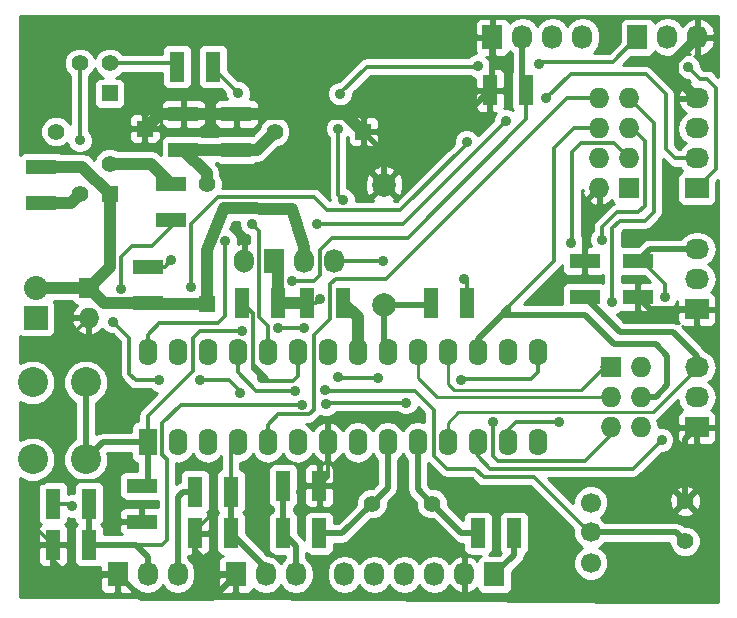
<source format=gtl>
%FSLAX46Y46*%
G04 Gerber Fmt 4.6, Leading zero omitted, Abs format (unit mm)*
G04 Created by KiCad (PCBNEW (2014-08-26 BZR 5101)-product) date 5/11/2014 11:05:25 AM*
%MOMM*%
G01*
G04 APERTURE LIST*
%ADD10C,0.100000*%
%ADD11R,1.727200X1.727200*%
%ADD12O,1.727200X1.727200*%
%ADD13C,1.700000*%
%ADD14C,1.397000*%
%ADD15R,1.397000X1.397000*%
%ADD16O,1.700000X2.000000*%
%ADD17R,1.727200X2.032000*%
%ADD18O,1.727200X2.032000*%
%ADD19C,2.540000*%
%ADD20R,1.270000X2.540000*%
%ADD21R,2.540000X1.270000*%
%ADD22O,1.574800X2.286000*%
%ADD23R,1.574800X2.286000*%
%ADD24C,1.998980*%
%ADD25R,2.032000X2.032000*%
%ADD26O,2.032000X2.032000*%
%ADD27R,2.032000X1.727200*%
%ADD28O,2.032000X1.727200*%
%ADD29C,1.422400*%
%ADD30C,0.889000*%
%ADD31C,0.300000*%
%ADD32C,0.500000*%
%ADD33C,1.000000*%
%ADD34C,0.900000*%
%ADD35C,0.260000*%
%ADD36C,0.254000*%
G04 APERTURE END LIST*
D10*
D11*
X173270000Y-60310000D03*
D12*
X170730000Y-60310000D03*
X173270000Y-57770000D03*
X170730000Y-57770000D03*
X173270000Y-55230000D03*
X170730000Y-55230000D03*
X173270000Y-52690000D03*
X170730000Y-52690000D03*
D13*
X170000000Y-92050000D03*
X170000000Y-86950000D03*
X170000000Y-89450000D03*
D14*
X178000000Y-86800000D03*
X178000000Y-90200000D03*
D15*
X150750000Y-55500000D03*
D14*
X143250000Y-55500000D03*
D15*
X132250000Y-55250000D03*
D14*
X124750000Y-55500000D03*
D16*
X140690000Y-66500000D03*
D17*
X143230000Y-66500000D03*
D18*
X145770000Y-66500000D03*
X148310000Y-66500000D03*
D19*
X122750000Y-76750000D03*
X127250000Y-83250000D03*
X127250000Y-76750000D03*
X122750000Y-83250000D03*
D20*
X147024000Y-85500000D03*
X143976000Y-85500000D03*
X156476000Y-70000000D03*
X159524000Y-70000000D03*
X149024000Y-70000000D03*
X145976000Y-70000000D03*
D21*
X132500000Y-70024000D03*
X132500000Y-66976000D03*
D15*
X137500000Y-70080000D03*
D14*
X137500000Y-59920000D03*
D21*
X140000000Y-53976000D03*
X140000000Y-57024000D03*
D20*
X160476000Y-89500000D03*
X163524000Y-89500000D03*
D21*
X135500000Y-53976000D03*
X135500000Y-57024000D03*
D20*
X147024000Y-89500000D03*
X143976000Y-89500000D03*
D22*
X135030000Y-81810000D03*
X137570000Y-81810000D03*
X140110000Y-81810000D03*
X142650000Y-81810000D03*
X145190000Y-81810000D03*
X147730000Y-81810000D03*
X150270000Y-81810000D03*
X152810000Y-81810000D03*
X155350000Y-81810000D03*
X157890000Y-81810000D03*
X160430000Y-81810000D03*
X162970000Y-81810000D03*
X165510000Y-81810000D03*
D23*
X132490000Y-81810000D03*
D22*
X165510000Y-74190000D03*
X162970000Y-74190000D03*
X160430000Y-74190000D03*
X157890000Y-74190000D03*
X155350000Y-74190000D03*
X152810000Y-74190000D03*
X150270000Y-74190000D03*
X147730000Y-74190000D03*
X145190000Y-74190000D03*
X142650000Y-74190000D03*
X140110000Y-74190000D03*
X137570000Y-74190000D03*
X135030000Y-74190000D03*
X132490000Y-74190000D03*
D24*
X152500000Y-59998740D03*
X152500000Y-70158740D03*
D25*
X123000000Y-71270000D03*
D26*
X123000000Y-68730000D03*
D11*
X127500000Y-68730000D03*
D12*
X127500000Y-71270000D03*
D27*
X179000000Y-80540000D03*
D28*
X179000000Y-78000000D03*
X179000000Y-75460000D03*
D27*
X179000000Y-70540000D03*
D28*
X179000000Y-68000000D03*
X179000000Y-65460000D03*
D17*
X161850000Y-93000000D03*
D18*
X159310000Y-93000000D03*
X156770000Y-93000000D03*
X154230000Y-93000000D03*
X151690000Y-93000000D03*
X149150000Y-93000000D03*
D27*
X179000000Y-60310000D03*
D28*
X179000000Y-57770000D03*
X179000000Y-55230000D03*
X179000000Y-52690000D03*
D17*
X173960000Y-47500000D03*
D18*
X176500000Y-47500000D03*
X179040000Y-47500000D03*
D11*
X171730000Y-75460000D03*
D12*
X174270000Y-75460000D03*
X171730000Y-78000000D03*
X174270000Y-78000000D03*
X171730000Y-80540000D03*
X174270000Y-80540000D03*
D17*
X161690000Y-47500000D03*
D18*
X164230000Y-47500000D03*
X166770000Y-47500000D03*
X169310000Y-47500000D03*
D17*
X139960000Y-93000000D03*
D18*
X142500000Y-93000000D03*
X145040000Y-93000000D03*
D17*
X129960000Y-93000000D03*
D18*
X132500000Y-93000000D03*
X135040000Y-93000000D03*
D15*
X129270000Y-52270000D03*
D14*
X129270000Y-49730000D03*
X126730000Y-49730000D03*
X126730000Y-60770000D03*
D15*
X129270000Y-60770000D03*
D14*
X129270000Y-58230000D03*
D20*
X134976000Y-50000000D03*
X138024000Y-50000000D03*
D21*
X123500000Y-61524000D03*
X123500000Y-58476000D03*
X134500000Y-59976000D03*
X134500000Y-63024000D03*
D20*
X140476000Y-70000000D03*
X143524000Y-70000000D03*
D21*
X169500000Y-66476000D03*
X169500000Y-69524000D03*
X174000000Y-69524000D03*
X174000000Y-66476000D03*
D20*
X139524000Y-89500000D03*
X136476000Y-89500000D03*
X136476000Y-86000000D03*
X139524000Y-86000000D03*
X161476000Y-52000000D03*
X164524000Y-52000000D03*
D21*
X132000000Y-88524000D03*
X132000000Y-85476000D03*
D20*
X127524000Y-90500000D03*
X124476000Y-90500000D03*
X124476000Y-87000000D03*
X127524000Y-87000000D03*
D29*
X156540000Y-87000000D03*
X151460000Y-87000000D03*
D30*
X173850000Y-71400000D03*
X145500000Y-86050000D03*
X137950000Y-87850000D03*
X159300000Y-67950000D03*
X147050000Y-69700000D03*
X126100000Y-87200000D03*
X134500000Y-66400000D03*
X144700000Y-68150000D03*
X176000000Y-81600000D03*
X176300000Y-69550000D03*
X167350000Y-80100000D03*
X168350000Y-64900000D03*
X161750000Y-80100000D03*
X152000000Y-76400000D03*
X148600000Y-76300000D03*
X145700000Y-72150000D03*
X143500000Y-72100000D03*
X140500000Y-72350000D03*
X159000000Y-76500000D03*
X154350000Y-78450000D03*
X147600000Y-78600000D03*
X145550000Y-78650000D03*
X152450000Y-66500000D03*
X171850000Y-69950000D03*
X170950000Y-64650000D03*
X142150000Y-76400000D03*
X130250000Y-68800000D03*
X129550000Y-71600000D03*
X133450000Y-76550000D03*
X136950000Y-76550000D03*
X140300000Y-77600000D03*
X147550000Y-77400000D03*
X145000000Y-77450000D03*
X149050000Y-61300000D03*
X148600000Y-55250000D03*
X148800000Y-52300000D03*
X160450000Y-49950000D03*
X165600000Y-49800000D03*
X136200000Y-68650000D03*
X159500000Y-56350000D03*
X178250000Y-50050000D03*
X166250000Y-52700000D03*
X162800000Y-54600000D03*
X146800000Y-63300000D03*
X139050000Y-64750000D03*
X126750000Y-56250000D03*
X126730000Y-60770000D03*
X141300000Y-63300000D03*
X140150000Y-52250000D03*
D31*
X136476000Y-89500000D02*
X136476000Y-89324000D01*
X136476000Y-89324000D02*
X137950000Y-87850000D01*
X146050000Y-85500000D02*
X147024000Y-85500000D01*
X145500000Y-86050000D02*
X146050000Y-85500000D01*
X123250000Y-85300000D02*
X123750000Y-85300000D01*
X125050000Y-73720000D02*
X127500000Y-71270000D01*
X125050000Y-84000000D02*
X125050000Y-73720000D01*
X123750000Y-85300000D02*
X125050000Y-84000000D01*
X132000000Y-88524000D02*
X130174000Y-88524000D01*
X122950000Y-88974000D02*
X124476000Y-90500000D01*
X122950000Y-85600000D02*
X122950000Y-88974000D01*
X123450000Y-85100000D02*
X123250000Y-85300000D01*
X123250000Y-85300000D02*
X122950000Y-85600000D01*
X128500000Y-85100000D02*
X123450000Y-85100000D01*
X129250000Y-85850000D02*
X128500000Y-85100000D01*
X129250000Y-87600000D02*
X129250000Y-85850000D01*
X130174000Y-88524000D02*
X129250000Y-87600000D01*
D32*
X125500000Y-93000000D02*
X124476000Y-91976000D01*
X124476000Y-91976000D02*
X124476000Y-90500000D01*
X129960000Y-93000000D02*
X125500000Y-93000000D01*
X138500000Y-93000000D02*
X136476000Y-90976000D01*
X136476000Y-90976000D02*
X136476000Y-89500000D01*
X139960000Y-93000000D02*
X138500000Y-93000000D01*
X138000000Y-95000000D02*
X131960000Y-95000000D01*
X131960000Y-95000000D02*
X129960000Y-93000000D01*
X139960000Y-93040000D02*
X138000000Y-95000000D01*
X139960000Y-93000000D02*
X139960000Y-93040000D01*
X161690000Y-51786000D02*
X161476000Y-52000000D01*
X161690000Y-47500000D02*
X161690000Y-51786000D01*
X179040000Y-52650000D02*
X179000000Y-52690000D01*
X133524000Y-53976000D02*
X132250000Y-55250000D01*
X149226000Y-53976000D02*
X150750000Y-55500000D01*
D33*
X133524000Y-53976000D02*
X132250000Y-55250000D01*
X135500000Y-53976000D02*
X133524000Y-53976000D01*
X149226000Y-53976000D02*
X150750000Y-55500000D01*
X140000000Y-53976000D02*
X149226000Y-53976000D01*
X140000000Y-53976000D02*
X135500000Y-53976000D01*
D32*
X157976000Y-55500000D02*
X161476000Y-52000000D01*
X150750000Y-55500000D02*
X157976000Y-55500000D01*
X152500000Y-57250000D02*
X150750000Y-55500000D01*
X152500000Y-59998740D02*
X152500000Y-57250000D01*
X178000000Y-81540000D02*
X179000000Y-80540000D01*
X178000000Y-86800000D02*
X178000000Y-81540000D01*
X175016000Y-70540000D02*
X174000000Y-69524000D01*
X179000000Y-70540000D02*
X175016000Y-70540000D01*
X169500000Y-61540000D02*
X170730000Y-60310000D01*
X169500000Y-66476000D02*
X169500000Y-61540000D01*
D31*
X147730000Y-84794000D02*
X147024000Y-85500000D01*
X147730000Y-81810000D02*
X147730000Y-84794000D01*
D34*
X176950000Y-49550000D02*
X176950000Y-50640000D01*
X176950000Y-50640000D02*
X179000000Y-52690000D01*
X179000000Y-47500000D02*
X176950000Y-49550000D01*
X179040000Y-47500000D02*
X179000000Y-47500000D01*
D31*
X159524000Y-70000000D02*
X159524000Y-68174000D01*
X159524000Y-68174000D02*
X159300000Y-67950000D01*
X145976000Y-70000000D02*
X146750000Y-70000000D01*
X146750000Y-70000000D02*
X147050000Y-69700000D01*
X124476000Y-87000000D02*
X125900000Y-87000000D01*
X125900000Y-87000000D02*
X126100000Y-87200000D01*
X132500000Y-66976000D02*
X133924000Y-66976000D01*
X133924000Y-66976000D02*
X134500000Y-66400000D01*
D32*
X137500000Y-59024000D02*
X135500000Y-57024000D01*
X141726000Y-57024000D02*
X143250000Y-55500000D01*
D33*
X141726000Y-57024000D02*
X143250000Y-55500000D01*
X140000000Y-57024000D02*
X141726000Y-57024000D01*
X135500000Y-57024000D02*
X140000000Y-57024000D01*
X137500000Y-59024000D02*
X135500000Y-57024000D01*
X137500000Y-59920000D02*
X137500000Y-59024000D01*
X143524000Y-66794000D02*
X143230000Y-66500000D01*
X143524000Y-70000000D02*
X143524000Y-66794000D01*
X145976000Y-70000000D02*
X143524000Y-70000000D01*
D32*
X145040000Y-90564000D02*
X143976000Y-89500000D01*
X145040000Y-93000000D02*
X145040000Y-90564000D01*
X143976000Y-89500000D02*
X143976000Y-85500000D01*
X135500000Y-86000000D02*
X135040000Y-86460000D01*
X135040000Y-86460000D02*
X135040000Y-93000000D01*
X136476000Y-86000000D02*
X135500000Y-86000000D01*
X163524000Y-91326000D02*
X161850000Y-93000000D01*
X163524000Y-89500000D02*
X163524000Y-91326000D01*
X152500000Y-73880000D02*
X152810000Y-74190000D01*
X152500000Y-70158740D02*
X152500000Y-73880000D01*
X156317260Y-70158740D02*
X156476000Y-70000000D01*
X152500000Y-70158740D02*
X156317260Y-70158740D01*
D33*
X150270000Y-71246000D02*
X149024000Y-70000000D01*
X150270000Y-74190000D02*
X150270000Y-71246000D01*
X132500000Y-70024000D02*
X128794000Y-70024000D01*
X128794000Y-70024000D02*
X127500000Y-68730000D01*
D32*
X126976000Y-58476000D02*
X129270000Y-60770000D01*
D33*
X126976000Y-58476000D02*
X129270000Y-60770000D01*
X123500000Y-58476000D02*
X126976000Y-58476000D01*
X132556000Y-70080000D02*
X132500000Y-70024000D01*
X137500000Y-70080000D02*
X132556000Y-70080000D01*
X123000000Y-68730000D02*
X127500000Y-68730000D01*
X129270000Y-66960000D02*
X127500000Y-68730000D01*
X129270000Y-60770000D02*
X129270000Y-66960000D01*
X137500000Y-65500000D02*
X139000000Y-62000000D01*
X139000000Y-62000000D02*
X144755182Y-62086768D01*
X144755182Y-62086768D02*
X145770000Y-65270000D01*
X145770000Y-65270000D02*
X145770000Y-66500000D01*
X137500000Y-70080000D02*
X137500000Y-65500000D01*
D32*
X159040000Y-89500000D02*
X156540000Y-87000000D01*
X160476000Y-89500000D02*
X159040000Y-89500000D01*
X155350000Y-85810000D02*
X156540000Y-87000000D01*
X155350000Y-81810000D02*
X155350000Y-85810000D01*
X148960000Y-89500000D02*
X151460000Y-87000000D01*
X147024000Y-89500000D02*
X148960000Y-89500000D01*
X152810000Y-85650000D02*
X151460000Y-87000000D01*
X152810000Y-81810000D02*
X152810000Y-85650000D01*
X139524000Y-86000000D02*
X139524000Y-89500000D01*
X142500000Y-92476000D02*
X139524000Y-89500000D01*
X142500000Y-93000000D02*
X142500000Y-92476000D01*
D31*
X139524000Y-82396000D02*
X140110000Y-81810000D01*
X139524000Y-86000000D02*
X139524000Y-82396000D01*
X146875000Y-72425000D02*
X147950000Y-71350000D01*
X148050000Y-68300000D02*
X148050000Y-68350000D01*
X147950000Y-68400000D02*
X148050000Y-68300000D01*
X147950000Y-71350000D02*
X147950000Y-68400000D01*
X142650000Y-81810000D02*
X142650000Y-80350000D01*
X146550000Y-79050000D02*
X146550000Y-75900000D01*
X146150000Y-79450000D02*
X146550000Y-79050000D01*
X143550000Y-79450000D02*
X146150000Y-79450000D01*
X142650000Y-80350000D02*
X143550000Y-79450000D01*
X146550000Y-75900000D02*
X146550000Y-72750000D01*
X146550000Y-72750000D02*
X146875000Y-72425000D01*
X148050000Y-68350000D02*
X148450000Y-67950000D01*
X148450000Y-67950000D02*
X152700000Y-67950000D01*
X152700000Y-67950000D02*
X167960000Y-52690000D01*
X167960000Y-52690000D02*
X170730000Y-52690000D01*
D32*
X164230000Y-51706000D02*
X164524000Y-52000000D01*
X164230000Y-47500000D02*
X164230000Y-51706000D01*
D31*
X145190000Y-81640000D02*
X145190000Y-81810000D01*
X146600000Y-68150000D02*
X144700000Y-68150000D01*
X147100000Y-67650000D02*
X146600000Y-68150000D01*
X147100000Y-65500000D02*
X147100000Y-67650000D01*
X148100000Y-64500000D02*
X147100000Y-65500000D01*
X154500000Y-64500000D02*
X148100000Y-64500000D01*
X164524000Y-54476000D02*
X154500000Y-64500000D01*
X164524000Y-52000000D02*
X164524000Y-54476000D01*
D32*
X179000000Y-74500000D02*
X177000000Y-72500000D01*
X177000000Y-72500000D02*
X172476000Y-72500000D01*
X172476000Y-72500000D02*
X169500000Y-69524000D01*
X179000000Y-75460000D02*
X179000000Y-74500000D01*
D35*
X175300000Y-79250000D02*
X169600000Y-79250000D01*
X169600000Y-79250000D02*
X158800000Y-79250000D01*
X158800000Y-79250000D02*
X157890000Y-80160000D01*
X157890000Y-80160000D02*
X157890000Y-81810000D01*
X179000000Y-75550000D02*
X175300000Y-79250000D01*
X179000000Y-75460000D02*
X179000000Y-75550000D01*
D32*
X175016000Y-65460000D02*
X174000000Y-66476000D01*
X179000000Y-65460000D02*
X175016000Y-65460000D01*
D31*
X174326000Y-66476000D02*
X174000000Y-66476000D01*
X160430000Y-82980000D02*
X161500000Y-84050000D01*
X161500000Y-84050000D02*
X173550000Y-84050000D01*
X173550000Y-84050000D02*
X176000000Y-81600000D01*
X176300000Y-69550000D02*
X176300000Y-68450000D01*
X176300000Y-68450000D02*
X174326000Y-66476000D01*
X160430000Y-81810000D02*
X160430000Y-82980000D01*
X163650000Y-80100000D02*
X167350000Y-80100000D01*
X162970000Y-80780000D02*
X163650000Y-80100000D01*
X162970000Y-81810000D02*
X162970000Y-80780000D01*
X168350000Y-64900000D02*
X168450000Y-64800000D01*
X168450000Y-64800000D02*
X168450000Y-57200000D01*
X168450000Y-57200000D02*
X169150000Y-56500000D01*
X169150000Y-56500000D02*
X172000000Y-56500000D01*
X172000000Y-56500000D02*
X173270000Y-57770000D01*
X171730000Y-80540000D02*
X171730000Y-81170000D01*
X171730000Y-81170000D02*
X169500000Y-83400000D01*
X169500000Y-83400000D02*
X162150000Y-83400000D01*
X162150000Y-83400000D02*
X161750000Y-83000000D01*
X161750000Y-83000000D02*
X161750000Y-80100000D01*
X132490000Y-81810000D02*
X132490000Y-79560000D01*
X151900000Y-76400000D02*
X152000000Y-76400000D01*
X151850000Y-76350000D02*
X151900000Y-76400000D01*
X148650000Y-76350000D02*
X151850000Y-76350000D01*
X148600000Y-76300000D02*
X148650000Y-76350000D01*
X143550000Y-72150000D02*
X145700000Y-72150000D01*
X143500000Y-72100000D02*
X143550000Y-72150000D01*
X136950000Y-72350000D02*
X140500000Y-72350000D01*
X136300000Y-73000000D02*
X136950000Y-72350000D01*
X136300000Y-75750000D02*
X136300000Y-73000000D01*
X132490000Y-79560000D02*
X136300000Y-75750000D01*
D32*
X128690000Y-81810000D02*
X127250000Y-83250000D01*
X132490000Y-81810000D02*
X128690000Y-81810000D01*
X132490000Y-84986000D02*
X132000000Y-85476000D01*
X132490000Y-81810000D02*
X132490000Y-84986000D01*
X127250000Y-83250000D02*
X127250000Y-76750000D01*
D31*
X131500000Y-90500000D02*
X133700000Y-90500000D01*
X165510000Y-75890000D02*
X165510000Y-74190000D01*
X164950000Y-76450000D02*
X165510000Y-75890000D01*
X159050000Y-76450000D02*
X164950000Y-76450000D01*
X159000000Y-76500000D02*
X159050000Y-76450000D01*
X147750000Y-78450000D02*
X154350000Y-78450000D01*
X147600000Y-78600000D02*
X147750000Y-78450000D01*
X135300000Y-78650000D02*
X145550000Y-78650000D01*
X133750000Y-80200000D02*
X135300000Y-78650000D01*
X133750000Y-82850000D02*
X133750000Y-80200000D01*
X134150000Y-83250000D02*
X133750000Y-82850000D01*
X134150000Y-90050000D02*
X134150000Y-83250000D01*
X133700000Y-90500000D02*
X134150000Y-90050000D01*
D32*
X131500000Y-90500000D02*
X132500000Y-91500000D01*
X132500000Y-91500000D02*
X132500000Y-93000000D01*
X127524000Y-90500000D02*
X131500000Y-90500000D01*
X127524000Y-87000000D02*
X127524000Y-90500000D01*
D31*
X148310000Y-66500000D02*
X152450000Y-66500000D01*
D32*
X160430000Y-73070000D02*
X160430000Y-74190000D01*
X167450000Y-71000000D02*
X166900000Y-71000000D01*
X163000000Y-71000000D02*
X162500000Y-71000000D01*
X166900000Y-71000000D02*
X166200000Y-71000000D01*
X166200000Y-71000000D02*
X163000000Y-71000000D01*
X162500000Y-71000000D02*
X160430000Y-73070000D01*
X169500000Y-71000000D02*
X167450000Y-71000000D01*
X172000000Y-73500000D02*
X169500000Y-71000000D01*
X175500000Y-73500000D02*
X172000000Y-73500000D01*
X176500000Y-74500000D02*
X175500000Y-73500000D01*
X176500000Y-77000000D02*
X176500000Y-74500000D01*
X175500000Y-78000000D02*
X176500000Y-77000000D01*
X174270000Y-78000000D02*
X175500000Y-78000000D01*
D31*
X168570000Y-55230000D02*
X170730000Y-55230000D01*
X166900000Y-56900000D02*
X168570000Y-55230000D01*
X166900000Y-66450000D02*
X166900000Y-56900000D01*
X166900000Y-71000000D02*
X166900000Y-71000000D01*
X163050000Y-70300000D02*
X166900000Y-66450000D01*
X162700000Y-70650000D02*
X163050000Y-70300000D01*
X162500000Y-70850000D02*
X162700000Y-70650000D01*
X162500000Y-71000000D02*
X162500000Y-70850000D01*
X163000000Y-70900000D02*
X163000000Y-71000000D01*
X163000000Y-70650000D02*
X163000000Y-70900000D01*
X163050000Y-70600000D02*
X163000000Y-70650000D01*
X163050000Y-70350000D02*
X163050000Y-70600000D01*
X163050000Y-70300000D02*
X163050000Y-70350000D01*
X163050000Y-70950000D02*
X163000000Y-70900000D01*
X162750000Y-70650000D02*
X163050000Y-70950000D01*
X162700000Y-70650000D02*
X162750000Y-70650000D01*
X163050000Y-71000000D02*
X163050000Y-70950000D01*
X163050000Y-70350000D02*
X163050000Y-71000000D01*
D32*
X171730000Y-75460000D02*
X171040000Y-75460000D01*
D35*
X169200000Y-77400000D02*
X158400000Y-77400000D01*
X158400000Y-77400000D02*
X157890000Y-76890000D01*
X157890000Y-76890000D02*
X157890000Y-74190000D01*
X171140000Y-75460000D02*
X169200000Y-77400000D01*
X171730000Y-75460000D02*
X171140000Y-75460000D01*
D31*
X171850000Y-69950000D02*
X171850000Y-63700000D01*
X171850000Y-63700000D02*
X172500000Y-63050000D01*
X172500000Y-63050000D02*
X174600000Y-63050000D01*
X174600000Y-63050000D02*
X175350000Y-62300000D01*
X175350000Y-62300000D02*
X175350000Y-54770000D01*
X175350000Y-54770000D02*
X173270000Y-52690000D01*
D35*
X157000000Y-78000000D02*
X155350000Y-76350000D01*
X155350000Y-76350000D02*
X155350000Y-74190000D01*
X171730000Y-78000000D02*
X157000000Y-78000000D01*
D31*
X170950000Y-63600000D02*
X170950000Y-64650000D01*
X172200000Y-62350000D02*
X170950000Y-63600000D01*
X174050000Y-62350000D02*
X172200000Y-62350000D01*
X174600000Y-61800000D02*
X174050000Y-62350000D01*
X174600000Y-56300000D02*
X174600000Y-61800000D01*
X173530000Y-55230000D02*
X174600000Y-56300000D01*
X173270000Y-55230000D02*
X173530000Y-55230000D01*
X142800000Y-76600000D02*
X142350000Y-76600000D01*
X142350000Y-76600000D02*
X142150000Y-76400000D01*
X140476000Y-70000000D02*
X140500000Y-70000000D01*
X140500000Y-70000000D02*
X141400000Y-70900000D01*
X141400000Y-70900000D02*
X141400000Y-75650000D01*
X141400000Y-75650000D02*
X142150000Y-76400000D01*
X129550000Y-71600000D02*
X130950000Y-73000000D01*
X130950000Y-73000000D02*
X130950000Y-76000000D01*
X130950000Y-76000000D02*
X131500000Y-76550000D01*
X131500000Y-76550000D02*
X133450000Y-76550000D01*
X136950000Y-76550000D02*
X139400000Y-76550000D01*
X139400000Y-76550000D02*
X140300000Y-77450000D01*
X140300000Y-77450000D02*
X140300000Y-77600000D01*
X134500000Y-63024000D02*
X134500000Y-63600000D01*
X134500000Y-63600000D02*
X132900000Y-65200000D01*
X132900000Y-65200000D02*
X131200000Y-65200000D01*
X131200000Y-65200000D02*
X130250000Y-66150000D01*
X130250000Y-66150000D02*
X130250000Y-68800000D01*
X134500000Y-63600000D02*
X132900000Y-65200000D01*
X132900000Y-65200000D02*
X131200000Y-65200000D01*
X131200000Y-65200000D02*
X130250000Y-66150000D01*
X130250000Y-66150000D02*
X130250000Y-68800000D01*
X145190000Y-74190000D02*
X145190000Y-73590000D01*
X145190000Y-76210000D02*
X144800000Y-76600000D01*
X144800000Y-76600000D02*
X142800000Y-76600000D01*
X142800000Y-76600000D02*
X141400000Y-75200000D01*
X141400000Y-75200000D02*
X141400000Y-70924000D01*
X141400000Y-70924000D02*
X140476000Y-70000000D01*
X145190000Y-74190000D02*
X145190000Y-76210000D01*
X170000000Y-89450000D02*
X169900000Y-89450000D01*
X169900000Y-89450000D02*
X165200000Y-84750000D01*
X165200000Y-84750000D02*
X160950000Y-84750000D01*
X140110000Y-74190000D02*
X140110000Y-75860000D01*
X160250000Y-84050000D02*
X160950000Y-84750000D01*
X157800000Y-84050000D02*
X160250000Y-84050000D01*
X156700000Y-82950000D02*
X157800000Y-84050000D01*
X156700000Y-79050000D02*
X156700000Y-82950000D01*
X155100000Y-77450000D02*
X156700000Y-79050000D01*
X147600000Y-77450000D02*
X155100000Y-77450000D01*
X147550000Y-77400000D02*
X147600000Y-77450000D01*
X141700000Y-77450000D02*
X145000000Y-77450000D01*
X140110000Y-75860000D02*
X141700000Y-77450000D01*
D32*
X177250000Y-89450000D02*
X178000000Y-90200000D01*
X170000000Y-89450000D02*
X177250000Y-89450000D01*
D31*
X149050000Y-61300000D02*
X148600000Y-60850000D01*
X148600000Y-60850000D02*
X148600000Y-55250000D01*
X148800000Y-52300000D02*
X148800000Y-52250000D01*
X148800000Y-52250000D02*
X151050000Y-50000000D01*
X151050000Y-50000000D02*
X160400000Y-50000000D01*
X160400000Y-50000000D02*
X160450000Y-49950000D01*
X165600000Y-49800000D02*
X165800000Y-49600000D01*
X165800000Y-49600000D02*
X171860000Y-49600000D01*
X171860000Y-49600000D02*
X173960000Y-47500000D01*
X136200000Y-68650000D02*
X136150000Y-68600000D01*
X136150000Y-68600000D02*
X136150000Y-63350000D01*
X136150000Y-63350000D02*
X138450000Y-61050000D01*
X138450000Y-61050000D02*
X146600000Y-61050000D01*
X146600000Y-61050000D02*
X147700000Y-62150000D01*
X147700000Y-62150000D02*
X153900000Y-62150000D01*
X153900000Y-62150000D02*
X159500000Y-56550000D01*
X159500000Y-56550000D02*
X159500000Y-56350000D01*
X178250000Y-50050000D02*
X179250000Y-51050000D01*
X179250000Y-51050000D02*
X179850000Y-51050000D01*
X179850000Y-51050000D02*
X180600000Y-51800000D01*
X180600000Y-51800000D02*
X180600000Y-58710000D01*
X180600000Y-58710000D02*
X179000000Y-60310000D01*
X138400000Y-71750000D02*
X133450000Y-71750000D01*
X133450000Y-71750000D02*
X132490000Y-72710000D01*
X132490000Y-72710000D02*
X132490000Y-74190000D01*
X177170000Y-57770000D02*
X176350000Y-56950000D01*
X176350000Y-56950000D02*
X176350000Y-52350000D01*
X176350000Y-52350000D02*
X174650000Y-50650000D01*
X174650000Y-50650000D02*
X168300000Y-50650000D01*
X168300000Y-50650000D02*
X166250000Y-52700000D01*
X162800000Y-54600000D02*
X154100000Y-63300000D01*
X154100000Y-63300000D02*
X146800000Y-63300000D01*
X179000000Y-57770000D02*
X177170000Y-57770000D01*
X139050000Y-64750000D02*
X139050000Y-71150000D01*
X138450000Y-71750000D02*
X139050000Y-71150000D01*
X138400000Y-71750000D02*
X138450000Y-71750000D01*
X134706000Y-49730000D02*
X134976000Y-50000000D01*
X129270000Y-49730000D02*
X134706000Y-49730000D01*
D32*
X125976000Y-61524000D02*
X126730000Y-60770000D01*
D33*
X125976000Y-61524000D02*
X126730000Y-60770000D01*
X123500000Y-61524000D02*
X125976000Y-61524000D01*
D31*
X126750000Y-56250000D02*
X126730000Y-56230000D01*
X126730000Y-56230000D02*
X126730000Y-49730000D01*
D32*
X132754000Y-58230000D02*
X134500000Y-59976000D01*
D33*
X132754000Y-58230000D02*
X134500000Y-59976000D01*
X129270000Y-58230000D02*
X132754000Y-58230000D01*
D31*
X138024000Y-50124000D02*
X138024000Y-50000000D01*
X142650000Y-71950000D02*
X141900000Y-71200000D01*
X141900000Y-71200000D02*
X141900000Y-63900000D01*
X141900000Y-63900000D02*
X141300000Y-63300000D01*
X140150000Y-52250000D02*
X138024000Y-50124000D01*
X142650000Y-74190000D02*
X142650000Y-71950000D01*
D36*
G36*
X133365000Y-87254000D02*
X133143691Y-87254000D01*
X132285750Y-87254000D01*
X132127000Y-87412750D01*
X132127000Y-88397000D01*
X132147000Y-88397000D01*
X132147000Y-88651000D01*
X132127000Y-88651000D01*
X132127000Y-88671000D01*
X131873000Y-88671000D01*
X131873000Y-88651000D01*
X131873000Y-88397000D01*
X131873000Y-87412750D01*
X131714250Y-87254000D01*
X130856309Y-87254000D01*
X130603690Y-87254000D01*
X130370301Y-87350673D01*
X130191673Y-87529302D01*
X130095000Y-87762691D01*
X130095000Y-88238250D01*
X130253750Y-88397000D01*
X131873000Y-88397000D01*
X131873000Y-88651000D01*
X130253750Y-88651000D01*
X130095000Y-88809750D01*
X130095000Y-89285309D01*
X130191673Y-89518698D01*
X130287974Y-89615000D01*
X128794000Y-89615000D01*
X128794000Y-89103691D01*
X128697327Y-88870302D01*
X128577025Y-88749999D01*
X128697327Y-88629699D01*
X128794000Y-88396310D01*
X128794000Y-88143691D01*
X128794000Y-85603691D01*
X128697327Y-85370302D01*
X128518699Y-85191673D01*
X128285310Y-85095000D01*
X128032691Y-85095000D01*
X127773274Y-85095000D01*
X128327686Y-84865922D01*
X128864039Y-84330505D01*
X129154668Y-83630590D01*
X129155330Y-82872735D01*
X129081891Y-82695000D01*
X131067600Y-82695000D01*
X131067600Y-83079309D01*
X131164273Y-83312698D01*
X131342901Y-83491327D01*
X131576290Y-83588000D01*
X131605000Y-83588000D01*
X131605000Y-84206000D01*
X130603691Y-84206000D01*
X130370302Y-84302673D01*
X130191673Y-84481301D01*
X130095000Y-84714690D01*
X130095000Y-84967309D01*
X130095000Y-86237309D01*
X130191673Y-86470698D01*
X130370301Y-86649327D01*
X130603690Y-86746000D01*
X130856309Y-86746000D01*
X133365000Y-86746000D01*
X133365000Y-87254000D01*
X133365000Y-87254000D01*
G37*
X133365000Y-87254000D02*
X133143691Y-87254000D01*
X132285750Y-87254000D01*
X132127000Y-87412750D01*
X132127000Y-88397000D01*
X132147000Y-88397000D01*
X132147000Y-88651000D01*
X132127000Y-88651000D01*
X132127000Y-88671000D01*
X131873000Y-88671000D01*
X131873000Y-88651000D01*
X131873000Y-88397000D01*
X131873000Y-87412750D01*
X131714250Y-87254000D01*
X130856309Y-87254000D01*
X130603690Y-87254000D01*
X130370301Y-87350673D01*
X130191673Y-87529302D01*
X130095000Y-87762691D01*
X130095000Y-88238250D01*
X130253750Y-88397000D01*
X131873000Y-88397000D01*
X131873000Y-88651000D01*
X130253750Y-88651000D01*
X130095000Y-88809750D01*
X130095000Y-89285309D01*
X130191673Y-89518698D01*
X130287974Y-89615000D01*
X128794000Y-89615000D01*
X128794000Y-89103691D01*
X128697327Y-88870302D01*
X128577025Y-88749999D01*
X128697327Y-88629699D01*
X128794000Y-88396310D01*
X128794000Y-88143691D01*
X128794000Y-85603691D01*
X128697327Y-85370302D01*
X128518699Y-85191673D01*
X128285310Y-85095000D01*
X128032691Y-85095000D01*
X127773274Y-85095000D01*
X128327686Y-84865922D01*
X128864039Y-84330505D01*
X129154668Y-83630590D01*
X129155330Y-82872735D01*
X129081891Y-82695000D01*
X131067600Y-82695000D01*
X131067600Y-83079309D01*
X131164273Y-83312698D01*
X131342901Y-83491327D01*
X131576290Y-83588000D01*
X131605000Y-83588000D01*
X131605000Y-84206000D01*
X130603691Y-84206000D01*
X130370302Y-84302673D01*
X130191673Y-84481301D01*
X130095000Y-84714690D01*
X130095000Y-84967309D01*
X130095000Y-86237309D01*
X130191673Y-86470698D01*
X130370301Y-86649327D01*
X130603690Y-86746000D01*
X130856309Y-86746000D01*
X133365000Y-86746000D01*
X133365000Y-87254000D01*
G36*
X141115000Y-64937197D02*
X141059260Y-64910447D01*
X141046890Y-64908524D01*
X140817000Y-65029845D01*
X140817000Y-66373000D01*
X140837000Y-66373000D01*
X140837000Y-66627000D01*
X140817000Y-66627000D01*
X140817000Y-66647000D01*
X140563000Y-66647000D01*
X140563000Y-66627000D01*
X140543000Y-66627000D01*
X140543000Y-66373000D01*
X140563000Y-66373000D01*
X140563000Y-65029845D01*
X140333110Y-64908524D01*
X140320740Y-64910447D01*
X140110308Y-65011434D01*
X140129313Y-64965668D01*
X140129687Y-64536216D01*
X139965689Y-64139311D01*
X139662286Y-63835378D01*
X139480587Y-63759929D01*
X139743555Y-63146339D01*
X140220626Y-63153531D01*
X140220313Y-63513784D01*
X140384311Y-63910689D01*
X140687714Y-64214622D01*
X141084332Y-64379313D01*
X141115000Y-64379339D01*
X141115000Y-64937197D01*
X141115000Y-64937197D01*
G37*
X141115000Y-64937197D02*
X141059260Y-64910447D01*
X141046890Y-64908524D01*
X140817000Y-65029845D01*
X140817000Y-66373000D01*
X140837000Y-66373000D01*
X140837000Y-66627000D01*
X140817000Y-66627000D01*
X140817000Y-66647000D01*
X140563000Y-66647000D01*
X140563000Y-66627000D01*
X140543000Y-66627000D01*
X140543000Y-66373000D01*
X140563000Y-66373000D01*
X140563000Y-65029845D01*
X140333110Y-64908524D01*
X140320740Y-64910447D01*
X140110308Y-65011434D01*
X140129313Y-64965668D01*
X140129687Y-64536216D01*
X139965689Y-64139311D01*
X139662286Y-63835378D01*
X139480587Y-63759929D01*
X139743555Y-63146339D01*
X140220626Y-63153531D01*
X140220313Y-63513784D01*
X140384311Y-63910689D01*
X140687714Y-64214622D01*
X141084332Y-64379313D01*
X141115000Y-64379339D01*
X141115000Y-64937197D01*
G36*
X155915000Y-80119252D02*
X155894329Y-80105441D01*
X155350000Y-79997167D01*
X154805671Y-80105441D01*
X154344211Y-80413778D01*
X154080000Y-80809198D01*
X153815789Y-80413778D01*
X153354329Y-80105441D01*
X152810000Y-79997167D01*
X152265671Y-80105441D01*
X151804211Y-80413778D01*
X151540000Y-80809198D01*
X151275789Y-80413778D01*
X150814329Y-80105441D01*
X150270000Y-79997167D01*
X149725671Y-80105441D01*
X149264211Y-80413778D01*
X149000246Y-80808829D01*
X148995525Y-80792738D01*
X148645986Y-80358809D01*
X148156996Y-80091673D01*
X148077060Y-80074990D01*
X147857000Y-80197148D01*
X147857000Y-81683000D01*
X147877000Y-81683000D01*
X147877000Y-81937000D01*
X147857000Y-81937000D01*
X147857000Y-83422852D01*
X148077060Y-83545010D01*
X148156996Y-83528327D01*
X148645986Y-83261191D01*
X148995525Y-82827262D01*
X149000246Y-82811170D01*
X149264211Y-83206222D01*
X149725671Y-83514559D01*
X150270000Y-83622833D01*
X150814329Y-83514559D01*
X151275789Y-83206222D01*
X151540000Y-82810801D01*
X151804211Y-83206222D01*
X151925000Y-83286930D01*
X151925000Y-85283420D01*
X151554538Y-85653881D01*
X151193399Y-85653566D01*
X150698435Y-85858081D01*
X150319412Y-86236443D01*
X150114034Y-86731049D01*
X150113716Y-87094704D01*
X148593420Y-88615000D01*
X148294000Y-88615000D01*
X148294000Y-88103691D01*
X148294000Y-86896310D01*
X148294000Y-86643691D01*
X148294000Y-85785750D01*
X148294000Y-85214250D01*
X148294000Y-84356309D01*
X148294000Y-84103690D01*
X148197327Y-83870301D01*
X148018698Y-83691673D01*
X147785309Y-83595000D01*
X147309750Y-83595000D01*
X147151000Y-83753750D01*
X147151000Y-85373000D01*
X148135250Y-85373000D01*
X148294000Y-85214250D01*
X148294000Y-85785750D01*
X148135250Y-85627000D01*
X147151000Y-85627000D01*
X147151000Y-87246250D01*
X147309750Y-87405000D01*
X147785309Y-87405000D01*
X148018698Y-87308327D01*
X148197327Y-87129699D01*
X148294000Y-86896310D01*
X148294000Y-88103691D01*
X148197327Y-87870302D01*
X148018699Y-87691673D01*
X147785310Y-87595000D01*
X147532691Y-87595000D01*
X146897000Y-87595000D01*
X146897000Y-87246250D01*
X146897000Y-85627000D01*
X146897000Y-85373000D01*
X146897000Y-83753750D01*
X146738250Y-83595000D01*
X146262691Y-83595000D01*
X146029302Y-83691673D01*
X145850673Y-83870301D01*
X145754000Y-84103690D01*
X145754000Y-84356309D01*
X145754000Y-85214250D01*
X145912750Y-85373000D01*
X146897000Y-85373000D01*
X146897000Y-85627000D01*
X145912750Y-85627000D01*
X145754000Y-85785750D01*
X145754000Y-86643691D01*
X145754000Y-86896310D01*
X145850673Y-87129699D01*
X146029302Y-87308327D01*
X146262691Y-87405000D01*
X146738250Y-87405000D01*
X146897000Y-87246250D01*
X146897000Y-87595000D01*
X146262691Y-87595000D01*
X146029302Y-87691673D01*
X145850673Y-87870301D01*
X145754000Y-88103690D01*
X145754000Y-88356309D01*
X145754000Y-90070226D01*
X145665790Y-89938210D01*
X145665786Y-89938207D01*
X145246000Y-89518420D01*
X145246000Y-88103691D01*
X145149327Y-87870302D01*
X144970699Y-87691673D01*
X144861000Y-87646234D01*
X144861000Y-87353765D01*
X144970698Y-87308327D01*
X145149327Y-87129699D01*
X145246000Y-86896310D01*
X145246000Y-86643691D01*
X145246000Y-84103691D01*
X145149327Y-83870302D01*
X144970699Y-83691673D01*
X144737310Y-83595000D01*
X144484691Y-83595000D01*
X143214691Y-83595000D01*
X142981302Y-83691673D01*
X142802673Y-83870301D01*
X142706000Y-84103690D01*
X142706000Y-84356309D01*
X142706000Y-86896309D01*
X142802673Y-87129698D01*
X142981301Y-87308327D01*
X143091000Y-87353765D01*
X143091000Y-87646234D01*
X142981302Y-87691673D01*
X142802673Y-87870301D01*
X142706000Y-88103690D01*
X142706000Y-88356309D01*
X142706000Y-90896309D01*
X142802673Y-91129698D01*
X142981301Y-91308327D01*
X143214690Y-91405000D01*
X143467309Y-91405000D01*
X144155000Y-91405000D01*
X144155000Y-91638874D01*
X143980330Y-91755585D01*
X143770000Y-92070365D01*
X143559670Y-91755585D01*
X143073489Y-91430729D01*
X142615136Y-91339556D01*
X140794000Y-89518420D01*
X140794000Y-88103691D01*
X140697327Y-87870302D01*
X140577025Y-87749999D01*
X140697327Y-87629699D01*
X140794000Y-87396310D01*
X140794000Y-87143691D01*
X140794000Y-84603691D01*
X140697327Y-84370302D01*
X140518699Y-84191673D01*
X140309000Y-84104812D01*
X140309000Y-83583249D01*
X140654329Y-83514559D01*
X141115789Y-83206222D01*
X141380000Y-82810801D01*
X141644211Y-83206222D01*
X142105671Y-83514559D01*
X142650000Y-83622833D01*
X143194329Y-83514559D01*
X143655789Y-83206222D01*
X143920000Y-82810801D01*
X144184211Y-83206222D01*
X144645671Y-83514559D01*
X145190000Y-83622833D01*
X145734329Y-83514559D01*
X146195789Y-83206222D01*
X146459753Y-82811170D01*
X146464475Y-82827262D01*
X146814014Y-83261191D01*
X147303004Y-83528327D01*
X147382940Y-83545010D01*
X147603000Y-83422852D01*
X147603000Y-81937000D01*
X147583000Y-81937000D01*
X147583000Y-81683000D01*
X147603000Y-81683000D01*
X147603000Y-80197148D01*
X147382940Y-80074990D01*
X147303004Y-80091673D01*
X146814014Y-80358809D01*
X146464475Y-80792738D01*
X146459753Y-80808829D01*
X146195789Y-80413778D01*
X145928228Y-80235000D01*
X146150000Y-80235000D01*
X146450406Y-80175245D01*
X146450407Y-80175245D01*
X146705079Y-80005079D01*
X147105079Y-79605079D01*
X147126902Y-79572418D01*
X147384332Y-79679313D01*
X147813784Y-79679687D01*
X148210689Y-79515689D01*
X148491868Y-79235000D01*
X153608318Y-79235000D01*
X153737714Y-79364622D01*
X154134332Y-79529313D01*
X154563784Y-79529687D01*
X154960689Y-79365689D01*
X155264622Y-79062286D01*
X155363648Y-78823806D01*
X155915000Y-79375158D01*
X155915000Y-80119252D01*
X155915000Y-80119252D01*
G37*
X155915000Y-80119252D02*
X155894329Y-80105441D01*
X155350000Y-79997167D01*
X154805671Y-80105441D01*
X154344211Y-80413778D01*
X154080000Y-80809198D01*
X153815789Y-80413778D01*
X153354329Y-80105441D01*
X152810000Y-79997167D01*
X152265671Y-80105441D01*
X151804211Y-80413778D01*
X151540000Y-80809198D01*
X151275789Y-80413778D01*
X150814329Y-80105441D01*
X150270000Y-79997167D01*
X149725671Y-80105441D01*
X149264211Y-80413778D01*
X149000246Y-80808829D01*
X148995525Y-80792738D01*
X148645986Y-80358809D01*
X148156996Y-80091673D01*
X148077060Y-80074990D01*
X147857000Y-80197148D01*
X147857000Y-81683000D01*
X147877000Y-81683000D01*
X147877000Y-81937000D01*
X147857000Y-81937000D01*
X147857000Y-83422852D01*
X148077060Y-83545010D01*
X148156996Y-83528327D01*
X148645986Y-83261191D01*
X148995525Y-82827262D01*
X149000246Y-82811170D01*
X149264211Y-83206222D01*
X149725671Y-83514559D01*
X150270000Y-83622833D01*
X150814329Y-83514559D01*
X151275789Y-83206222D01*
X151540000Y-82810801D01*
X151804211Y-83206222D01*
X151925000Y-83286930D01*
X151925000Y-85283420D01*
X151554538Y-85653881D01*
X151193399Y-85653566D01*
X150698435Y-85858081D01*
X150319412Y-86236443D01*
X150114034Y-86731049D01*
X150113716Y-87094704D01*
X148593420Y-88615000D01*
X148294000Y-88615000D01*
X148294000Y-88103691D01*
X148294000Y-86896310D01*
X148294000Y-86643691D01*
X148294000Y-85785750D01*
X148294000Y-85214250D01*
X148294000Y-84356309D01*
X148294000Y-84103690D01*
X148197327Y-83870301D01*
X148018698Y-83691673D01*
X147785309Y-83595000D01*
X147309750Y-83595000D01*
X147151000Y-83753750D01*
X147151000Y-85373000D01*
X148135250Y-85373000D01*
X148294000Y-85214250D01*
X148294000Y-85785750D01*
X148135250Y-85627000D01*
X147151000Y-85627000D01*
X147151000Y-87246250D01*
X147309750Y-87405000D01*
X147785309Y-87405000D01*
X148018698Y-87308327D01*
X148197327Y-87129699D01*
X148294000Y-86896310D01*
X148294000Y-88103691D01*
X148197327Y-87870302D01*
X148018699Y-87691673D01*
X147785310Y-87595000D01*
X147532691Y-87595000D01*
X146897000Y-87595000D01*
X146897000Y-87246250D01*
X146897000Y-85627000D01*
X146897000Y-85373000D01*
X146897000Y-83753750D01*
X146738250Y-83595000D01*
X146262691Y-83595000D01*
X146029302Y-83691673D01*
X145850673Y-83870301D01*
X145754000Y-84103690D01*
X145754000Y-84356309D01*
X145754000Y-85214250D01*
X145912750Y-85373000D01*
X146897000Y-85373000D01*
X146897000Y-85627000D01*
X145912750Y-85627000D01*
X145754000Y-85785750D01*
X145754000Y-86643691D01*
X145754000Y-86896310D01*
X145850673Y-87129699D01*
X146029302Y-87308327D01*
X146262691Y-87405000D01*
X146738250Y-87405000D01*
X146897000Y-87246250D01*
X146897000Y-87595000D01*
X146262691Y-87595000D01*
X146029302Y-87691673D01*
X145850673Y-87870301D01*
X145754000Y-88103690D01*
X145754000Y-88356309D01*
X145754000Y-90070226D01*
X145665790Y-89938210D01*
X145665786Y-89938207D01*
X145246000Y-89518420D01*
X145246000Y-88103691D01*
X145149327Y-87870302D01*
X144970699Y-87691673D01*
X144861000Y-87646234D01*
X144861000Y-87353765D01*
X144970698Y-87308327D01*
X145149327Y-87129699D01*
X145246000Y-86896310D01*
X145246000Y-86643691D01*
X145246000Y-84103691D01*
X145149327Y-83870302D01*
X144970699Y-83691673D01*
X144737310Y-83595000D01*
X144484691Y-83595000D01*
X143214691Y-83595000D01*
X142981302Y-83691673D01*
X142802673Y-83870301D01*
X142706000Y-84103690D01*
X142706000Y-84356309D01*
X142706000Y-86896309D01*
X142802673Y-87129698D01*
X142981301Y-87308327D01*
X143091000Y-87353765D01*
X143091000Y-87646234D01*
X142981302Y-87691673D01*
X142802673Y-87870301D01*
X142706000Y-88103690D01*
X142706000Y-88356309D01*
X142706000Y-90896309D01*
X142802673Y-91129698D01*
X142981301Y-91308327D01*
X143214690Y-91405000D01*
X143467309Y-91405000D01*
X144155000Y-91405000D01*
X144155000Y-91638874D01*
X143980330Y-91755585D01*
X143770000Y-92070365D01*
X143559670Y-91755585D01*
X143073489Y-91430729D01*
X142615136Y-91339556D01*
X140794000Y-89518420D01*
X140794000Y-88103691D01*
X140697327Y-87870302D01*
X140577025Y-87749999D01*
X140697327Y-87629699D01*
X140794000Y-87396310D01*
X140794000Y-87143691D01*
X140794000Y-84603691D01*
X140697327Y-84370302D01*
X140518699Y-84191673D01*
X140309000Y-84104812D01*
X140309000Y-83583249D01*
X140654329Y-83514559D01*
X141115789Y-83206222D01*
X141380000Y-82810801D01*
X141644211Y-83206222D01*
X142105671Y-83514559D01*
X142650000Y-83622833D01*
X143194329Y-83514559D01*
X143655789Y-83206222D01*
X143920000Y-82810801D01*
X144184211Y-83206222D01*
X144645671Y-83514559D01*
X145190000Y-83622833D01*
X145734329Y-83514559D01*
X146195789Y-83206222D01*
X146459753Y-82811170D01*
X146464475Y-82827262D01*
X146814014Y-83261191D01*
X147303004Y-83528327D01*
X147382940Y-83545010D01*
X147603000Y-83422852D01*
X147603000Y-81937000D01*
X147583000Y-81937000D01*
X147583000Y-81683000D01*
X147603000Y-81683000D01*
X147603000Y-80197148D01*
X147382940Y-80074990D01*
X147303004Y-80091673D01*
X146814014Y-80358809D01*
X146464475Y-80792738D01*
X146459753Y-80808829D01*
X146195789Y-80413778D01*
X145928228Y-80235000D01*
X146150000Y-80235000D01*
X146450406Y-80175245D01*
X146450407Y-80175245D01*
X146705079Y-80005079D01*
X147105079Y-79605079D01*
X147126902Y-79572418D01*
X147384332Y-79679313D01*
X147813784Y-79679687D01*
X148210689Y-79515689D01*
X148491868Y-79235000D01*
X153608318Y-79235000D01*
X153737714Y-79364622D01*
X154134332Y-79529313D01*
X154563784Y-79529687D01*
X154960689Y-79365689D01*
X155264622Y-79062286D01*
X155363648Y-78823806D01*
X155915000Y-79375158D01*
X155915000Y-80119252D01*
G36*
X171949585Y-61614810D02*
X171899593Y-61624755D01*
X171644921Y-61794921D01*
X170603000Y-62836842D01*
X170394921Y-63044921D01*
X170224755Y-63299593D01*
X170165000Y-63600000D01*
X170165000Y-63908318D01*
X170035378Y-64037714D01*
X169870687Y-64434332D01*
X169870313Y-64863784D01*
X170011713Y-65206000D01*
X169785750Y-65206000D01*
X169627000Y-65364750D01*
X169627000Y-66349000D01*
X169647000Y-66349000D01*
X169647000Y-66603000D01*
X169627000Y-66603000D01*
X169627000Y-67587250D01*
X169785750Y-67746000D01*
X170643691Y-67746000D01*
X170896310Y-67746000D01*
X171065000Y-67676126D01*
X171065000Y-68323873D01*
X170896310Y-68254000D01*
X170643691Y-68254000D01*
X168103691Y-68254000D01*
X167870302Y-68350673D01*
X167691673Y-68529301D01*
X167595000Y-68762690D01*
X167595000Y-69015309D01*
X167595000Y-70115000D01*
X167450000Y-70115000D01*
X166900000Y-70115000D01*
X166200000Y-70115000D01*
X164345158Y-70115000D01*
X167455079Y-67005079D01*
X167595000Y-66795671D01*
X167595000Y-67237309D01*
X167691673Y-67470698D01*
X167870301Y-67649327D01*
X168103690Y-67746000D01*
X168356309Y-67746000D01*
X169214250Y-67746000D01*
X169373000Y-67587250D01*
X169373000Y-66603000D01*
X169353000Y-66603000D01*
X169353000Y-66349000D01*
X169373000Y-66349000D01*
X169373000Y-65364750D01*
X169339708Y-65331458D01*
X169429313Y-65115668D01*
X169429687Y-64686216D01*
X169265689Y-64289311D01*
X169235000Y-64258568D01*
X169235000Y-60437002D01*
X169395529Y-60437002D01*
X169275032Y-60669027D01*
X169523179Y-61198490D01*
X169955053Y-61592688D01*
X170370974Y-61764958D01*
X170603000Y-61643817D01*
X170603000Y-60437000D01*
X170583000Y-60437000D01*
X170583000Y-60183000D01*
X170603000Y-60183000D01*
X170603000Y-60163000D01*
X170857000Y-60163000D01*
X170857000Y-60183000D01*
X170877000Y-60183000D01*
X170877000Y-60437000D01*
X170857000Y-60437000D01*
X170857000Y-61643817D01*
X171089026Y-61764958D01*
X171504947Y-61592688D01*
X171786299Y-61335880D01*
X171868073Y-61533298D01*
X171949585Y-61614810D01*
X171949585Y-61614810D01*
G37*
X171949585Y-61614810D02*
X171899593Y-61624755D01*
X171644921Y-61794921D01*
X170603000Y-62836842D01*
X170394921Y-63044921D01*
X170224755Y-63299593D01*
X170165000Y-63600000D01*
X170165000Y-63908318D01*
X170035378Y-64037714D01*
X169870687Y-64434332D01*
X169870313Y-64863784D01*
X170011713Y-65206000D01*
X169785750Y-65206000D01*
X169627000Y-65364750D01*
X169627000Y-66349000D01*
X169647000Y-66349000D01*
X169647000Y-66603000D01*
X169627000Y-66603000D01*
X169627000Y-67587250D01*
X169785750Y-67746000D01*
X170643691Y-67746000D01*
X170896310Y-67746000D01*
X171065000Y-67676126D01*
X171065000Y-68323873D01*
X170896310Y-68254000D01*
X170643691Y-68254000D01*
X168103691Y-68254000D01*
X167870302Y-68350673D01*
X167691673Y-68529301D01*
X167595000Y-68762690D01*
X167595000Y-69015309D01*
X167595000Y-70115000D01*
X167450000Y-70115000D01*
X166900000Y-70115000D01*
X166200000Y-70115000D01*
X164345158Y-70115000D01*
X167455079Y-67005079D01*
X167595000Y-66795671D01*
X167595000Y-67237309D01*
X167691673Y-67470698D01*
X167870301Y-67649327D01*
X168103690Y-67746000D01*
X168356309Y-67746000D01*
X169214250Y-67746000D01*
X169373000Y-67587250D01*
X169373000Y-66603000D01*
X169353000Y-66603000D01*
X169353000Y-66349000D01*
X169373000Y-66349000D01*
X169373000Y-65364750D01*
X169339708Y-65331458D01*
X169429313Y-65115668D01*
X169429687Y-64686216D01*
X169265689Y-64289311D01*
X169235000Y-64258568D01*
X169235000Y-60437002D01*
X169395529Y-60437002D01*
X169275032Y-60669027D01*
X169523179Y-61198490D01*
X169955053Y-61592688D01*
X170370974Y-61764958D01*
X170603000Y-61643817D01*
X170603000Y-60437000D01*
X170583000Y-60437000D01*
X170583000Y-60183000D01*
X170603000Y-60183000D01*
X170603000Y-60163000D01*
X170857000Y-60163000D01*
X170857000Y-60183000D01*
X170877000Y-60183000D01*
X170877000Y-60437000D01*
X170857000Y-60437000D01*
X170857000Y-61643817D01*
X171089026Y-61764958D01*
X171504947Y-61592688D01*
X171786299Y-61335880D01*
X171868073Y-61533298D01*
X171949585Y-61614810D01*
G36*
X174417000Y-75587000D02*
X174397000Y-75587000D01*
X174397000Y-75607000D01*
X174143000Y-75607000D01*
X174143000Y-75587000D01*
X174123000Y-75587000D01*
X174123000Y-75333000D01*
X174143000Y-75333000D01*
X174143000Y-75313000D01*
X174397000Y-75313000D01*
X174397000Y-75333000D01*
X174417000Y-75333000D01*
X174417000Y-75587000D01*
X174417000Y-75587000D01*
G37*
X174417000Y-75587000D02*
X174397000Y-75587000D01*
X174397000Y-75607000D01*
X174143000Y-75607000D01*
X174143000Y-75587000D01*
X174123000Y-75587000D01*
X174123000Y-75333000D01*
X174143000Y-75333000D01*
X174143000Y-75313000D01*
X174397000Y-75313000D01*
X174397000Y-75333000D01*
X174417000Y-75333000D01*
X174417000Y-75587000D01*
G36*
X179147000Y-52817000D02*
X179127000Y-52817000D01*
X179127000Y-52837000D01*
X178873000Y-52837000D01*
X178873000Y-52817000D01*
X177513783Y-52817000D01*
X177392642Y-53049026D01*
X177395291Y-53064791D01*
X177649268Y-53592036D01*
X178065069Y-53963539D01*
X177755585Y-54170330D01*
X177430729Y-54656511D01*
X177316655Y-55230000D01*
X177430729Y-55803489D01*
X177755585Y-56289670D01*
X178070365Y-56500000D01*
X177755585Y-56710330D01*
X177572056Y-56985000D01*
X177495158Y-56985000D01*
X177135000Y-56624842D01*
X177135000Y-52350000D01*
X177075245Y-52049594D01*
X177075245Y-52049593D01*
X176905079Y-51794921D01*
X175205079Y-50094921D01*
X174950407Y-49924755D01*
X174650000Y-49865000D01*
X172705157Y-49865000D01*
X173419157Y-49151000D01*
X174949909Y-49151000D01*
X175183298Y-49054327D01*
X175361927Y-48875699D01*
X175425500Y-48722220D01*
X175440330Y-48744415D01*
X175926511Y-49069271D01*
X176500000Y-49183345D01*
X177073489Y-49069271D01*
X177559670Y-48744415D01*
X177766460Y-48434930D01*
X178137964Y-48850732D01*
X178386842Y-48970618D01*
X178036216Y-48970313D01*
X177639311Y-49134311D01*
X177335378Y-49437714D01*
X177170687Y-49834332D01*
X177170313Y-50263784D01*
X177334311Y-50660689D01*
X177637714Y-50964622D01*
X178034332Y-51129313D01*
X178219316Y-51129474D01*
X178383656Y-51293814D01*
X178085680Y-51398046D01*
X177649268Y-51787964D01*
X177395291Y-52315209D01*
X177392642Y-52330974D01*
X177513783Y-52563000D01*
X178873000Y-52563000D01*
X178873000Y-52543000D01*
X179127000Y-52543000D01*
X179127000Y-52563000D01*
X179147000Y-52563000D01*
X179147000Y-52817000D01*
X179147000Y-52817000D01*
G37*
X179147000Y-52817000D02*
X179127000Y-52817000D01*
X179127000Y-52837000D01*
X178873000Y-52837000D01*
X178873000Y-52817000D01*
X177513783Y-52817000D01*
X177392642Y-53049026D01*
X177395291Y-53064791D01*
X177649268Y-53592036D01*
X178065069Y-53963539D01*
X177755585Y-54170330D01*
X177430729Y-54656511D01*
X177316655Y-55230000D01*
X177430729Y-55803489D01*
X177755585Y-56289670D01*
X178070365Y-56500000D01*
X177755585Y-56710330D01*
X177572056Y-56985000D01*
X177495158Y-56985000D01*
X177135000Y-56624842D01*
X177135000Y-52350000D01*
X177075245Y-52049594D01*
X177075245Y-52049593D01*
X176905079Y-51794921D01*
X175205079Y-50094921D01*
X174950407Y-49924755D01*
X174650000Y-49865000D01*
X172705157Y-49865000D01*
X173419157Y-49151000D01*
X174949909Y-49151000D01*
X175183298Y-49054327D01*
X175361927Y-48875699D01*
X175425500Y-48722220D01*
X175440330Y-48744415D01*
X175926511Y-49069271D01*
X176500000Y-49183345D01*
X177073489Y-49069271D01*
X177559670Y-48744415D01*
X177766460Y-48434930D01*
X178137964Y-48850732D01*
X178386842Y-48970618D01*
X178036216Y-48970313D01*
X177639311Y-49134311D01*
X177335378Y-49437714D01*
X177170687Y-49834332D01*
X177170313Y-50263784D01*
X177334311Y-50660689D01*
X177637714Y-50964622D01*
X178034332Y-51129313D01*
X178219316Y-51129474D01*
X178383656Y-51293814D01*
X178085680Y-51398046D01*
X177649268Y-51787964D01*
X177395291Y-52315209D01*
X177392642Y-52330974D01*
X177513783Y-52563000D01*
X178873000Y-52563000D01*
X178873000Y-52543000D01*
X179127000Y-52543000D01*
X179127000Y-52563000D01*
X179147000Y-52563000D01*
X179147000Y-52817000D01*
G36*
X180815000Y-50904842D02*
X180525184Y-50615026D01*
X180525184Y-47861913D01*
X180525184Y-47138087D01*
X180331954Y-46585680D01*
X179942036Y-46149268D01*
X179414791Y-45895291D01*
X179399026Y-45892642D01*
X179167000Y-46013783D01*
X179167000Y-47373000D01*
X180380924Y-47373000D01*
X180525184Y-47138087D01*
X180525184Y-47861913D01*
X180380924Y-47627000D01*
X179167000Y-47627000D01*
X179167000Y-48986217D01*
X179399026Y-49107358D01*
X179414791Y-49104709D01*
X179942036Y-48850732D01*
X180331954Y-48414320D01*
X180525184Y-47861913D01*
X180525184Y-50615026D01*
X180405079Y-50494921D01*
X180150407Y-50324755D01*
X179850000Y-50265000D01*
X179575158Y-50265000D01*
X179329527Y-50019369D01*
X179329687Y-49836216D01*
X179165689Y-49439311D01*
X178862286Y-49135378D01*
X178731401Y-49081029D01*
X178913000Y-48986217D01*
X178913000Y-47627000D01*
X178893000Y-47627000D01*
X178893000Y-47373000D01*
X178913000Y-47373000D01*
X178913000Y-46013783D01*
X178680974Y-45892642D01*
X178665209Y-45895291D01*
X178137964Y-46149268D01*
X177766460Y-46565069D01*
X177559670Y-46255585D01*
X177073489Y-45930729D01*
X176500000Y-45816655D01*
X175926511Y-45930729D01*
X175440330Y-46255585D01*
X175425499Y-46277780D01*
X175361927Y-46124302D01*
X175183299Y-45945673D01*
X174949910Y-45849000D01*
X174697291Y-45849000D01*
X172970091Y-45849000D01*
X172736702Y-45945673D01*
X172558073Y-46124301D01*
X172461400Y-46357690D01*
X172461400Y-46610309D01*
X172461400Y-47888442D01*
X171534842Y-48815000D01*
X170264032Y-48815000D01*
X170369670Y-48744415D01*
X170694526Y-48258234D01*
X170808600Y-47684745D01*
X170808600Y-47315255D01*
X170694526Y-46741766D01*
X170369670Y-46255585D01*
X169883489Y-45930729D01*
X169310000Y-45816655D01*
X168736511Y-45930729D01*
X168250330Y-46255585D01*
X168040000Y-46570365D01*
X167829670Y-46255585D01*
X167343489Y-45930729D01*
X166770000Y-45816655D01*
X166196511Y-45930729D01*
X165710330Y-46255585D01*
X165500000Y-46570365D01*
X165289670Y-46255585D01*
X164803489Y-45930729D01*
X164230000Y-45816655D01*
X163656511Y-45930729D01*
X163170330Y-46255585D01*
X163155500Y-46277779D01*
X163091927Y-46124301D01*
X162913298Y-45945673D01*
X162679909Y-45849000D01*
X161975750Y-45849000D01*
X161817000Y-46007750D01*
X161817000Y-47373000D01*
X161837000Y-47373000D01*
X161837000Y-47627000D01*
X161817000Y-47627000D01*
X161817000Y-48992250D01*
X161975750Y-49151000D01*
X162679909Y-49151000D01*
X162913298Y-49054327D01*
X163091927Y-48875699D01*
X163155500Y-48722220D01*
X163170330Y-48744415D01*
X163345000Y-48861125D01*
X163345000Y-50383996D01*
X163254000Y-50603690D01*
X163254000Y-50856309D01*
X163254000Y-53396309D01*
X163350673Y-53629698D01*
X163402139Y-53681164D01*
X163015668Y-53520687D01*
X162694597Y-53520407D01*
X162746000Y-53396310D01*
X162746000Y-53143691D01*
X162746000Y-52285750D01*
X162746000Y-51714250D01*
X162746000Y-50856309D01*
X162746000Y-50603690D01*
X162649327Y-50370301D01*
X162470698Y-50191673D01*
X162237309Y-50095000D01*
X161761750Y-50095000D01*
X161603002Y-50253748D01*
X161603002Y-50095000D01*
X161563000Y-50095000D01*
X161529374Y-50095000D01*
X161529687Y-49736216D01*
X161365689Y-49339311D01*
X161177706Y-49151000D01*
X161404250Y-49151000D01*
X161563000Y-48992250D01*
X161563000Y-47627000D01*
X161563000Y-47373000D01*
X161563000Y-46007750D01*
X161404250Y-45849000D01*
X160700091Y-45849000D01*
X160466702Y-45945673D01*
X160288073Y-46124301D01*
X160191400Y-46357690D01*
X160191400Y-46610309D01*
X160191400Y-47214250D01*
X160350150Y-47373000D01*
X161563000Y-47373000D01*
X161563000Y-47627000D01*
X160350150Y-47627000D01*
X160191400Y-47785750D01*
X160191400Y-48389691D01*
X160191400Y-48642310D01*
X160285859Y-48870356D01*
X160236216Y-48870313D01*
X159839311Y-49034311D01*
X159658306Y-49215000D01*
X151050005Y-49215000D01*
X151050000Y-49214999D01*
X150749594Y-49274755D01*
X150494921Y-49444921D01*
X150494918Y-49444924D01*
X148719413Y-51220428D01*
X148586216Y-51220313D01*
X148189311Y-51384311D01*
X147885378Y-51687714D01*
X147720687Y-52084332D01*
X147720313Y-52513784D01*
X147884311Y-52910689D01*
X148187714Y-53214622D01*
X148584332Y-53379313D01*
X149013784Y-53379687D01*
X149410689Y-53215689D01*
X149714622Y-52912286D01*
X149879313Y-52515668D01*
X149879517Y-52280640D01*
X151375157Y-50785000D01*
X159758230Y-50785000D01*
X159837714Y-50864622D01*
X160206000Y-51017548D01*
X160206000Y-51714250D01*
X160364750Y-51873000D01*
X161349000Y-51873000D01*
X161349000Y-51853000D01*
X161563000Y-51853000D01*
X161603000Y-51853000D01*
X161603000Y-51873000D01*
X162587250Y-51873000D01*
X162746000Y-51714250D01*
X162746000Y-52285750D01*
X162587250Y-52127000D01*
X161603000Y-52127000D01*
X161603000Y-53746250D01*
X161761750Y-53905000D01*
X161968236Y-53905000D01*
X161885378Y-53987714D01*
X161720687Y-54384332D01*
X161720525Y-54569316D01*
X161563000Y-54726841D01*
X161349000Y-54940841D01*
X161349000Y-53746250D01*
X161349000Y-52127000D01*
X160364750Y-52127000D01*
X160206000Y-52285750D01*
X160206000Y-53143691D01*
X160206000Y-53396310D01*
X160302673Y-53629699D01*
X160481302Y-53808327D01*
X160714691Y-53905000D01*
X161190250Y-53905000D01*
X161349000Y-53746250D01*
X161349000Y-54940841D01*
X160455114Y-55834727D01*
X160415689Y-55739311D01*
X160112286Y-55435378D01*
X159715668Y-55270687D01*
X159286216Y-55270313D01*
X158889311Y-55434311D01*
X158585378Y-55737714D01*
X158420687Y-56134332D01*
X158420351Y-56519490D01*
X154145401Y-60794440D01*
X154145401Y-60263158D01*
X154121341Y-59613363D01*
X153918965Y-59124782D01*
X153652163Y-59026183D01*
X153472557Y-59205788D01*
X153472557Y-58846577D01*
X153373958Y-58579775D01*
X152764418Y-58353339D01*
X152114623Y-58377399D01*
X152083500Y-58390290D01*
X152083500Y-56324810D01*
X152083500Y-56072191D01*
X152083500Y-55785750D01*
X152083500Y-55214250D01*
X152083500Y-54927809D01*
X152083500Y-54675190D01*
X151986827Y-54441801D01*
X151808198Y-54263173D01*
X151574809Y-54166500D01*
X151035750Y-54166500D01*
X150877000Y-54325250D01*
X150877000Y-55373000D01*
X151924750Y-55373000D01*
X152083500Y-55214250D01*
X152083500Y-55785750D01*
X151924750Y-55627000D01*
X150877000Y-55627000D01*
X150877000Y-56674750D01*
X151035750Y-56833500D01*
X151574809Y-56833500D01*
X151808198Y-56736827D01*
X151986827Y-56558199D01*
X152083500Y-56324810D01*
X152083500Y-58390290D01*
X151626042Y-58579775D01*
X151527443Y-58846577D01*
X152500000Y-59819135D01*
X153472557Y-58846577D01*
X153472557Y-59205788D01*
X152679605Y-59998740D01*
X153652163Y-60971297D01*
X153918965Y-60872698D01*
X154145401Y-60263158D01*
X154145401Y-60794440D01*
X153574842Y-61365000D01*
X153393435Y-61365000D01*
X153472557Y-61150903D01*
X152500000Y-60178345D01*
X152320395Y-60357950D01*
X152320395Y-59998740D01*
X151347837Y-59026183D01*
X151081035Y-59124782D01*
X150854599Y-59734322D01*
X150878659Y-60384117D01*
X151081035Y-60872698D01*
X151347837Y-60971297D01*
X152320395Y-59998740D01*
X152320395Y-60357950D01*
X151527443Y-61150903D01*
X151606564Y-61365000D01*
X150129444Y-61365000D01*
X150129687Y-61086216D01*
X149965689Y-60689311D01*
X149662286Y-60385378D01*
X149385000Y-60270238D01*
X149385000Y-55991681D01*
X149416500Y-55960236D01*
X149416500Y-56072191D01*
X149416500Y-56324810D01*
X149513173Y-56558199D01*
X149691802Y-56736827D01*
X149925191Y-56833500D01*
X150464250Y-56833500D01*
X150623000Y-56674750D01*
X150623000Y-55627000D01*
X150603000Y-55627000D01*
X150603000Y-55373000D01*
X150623000Y-55373000D01*
X150623000Y-54325250D01*
X150464250Y-54166500D01*
X149925191Y-54166500D01*
X149691802Y-54263173D01*
X149513173Y-54441801D01*
X149456091Y-54579608D01*
X149212286Y-54335378D01*
X148815668Y-54170687D01*
X148386216Y-54170313D01*
X147989311Y-54334311D01*
X147685378Y-54637714D01*
X147520687Y-55034332D01*
X147520313Y-55463784D01*
X147684311Y-55860689D01*
X147815000Y-55991606D01*
X147815000Y-60850000D01*
X147874755Y-61150407D01*
X147970504Y-61293706D01*
X147970490Y-61310332D01*
X147155079Y-60494921D01*
X146900407Y-60324755D01*
X146600000Y-60265000D01*
X138800635Y-60265000D01*
X138833268Y-60186413D01*
X138833731Y-59655914D01*
X138635000Y-59174947D01*
X138635000Y-59024000D01*
X138548603Y-58589655D01*
X138548603Y-58589654D01*
X138302566Y-58221434D01*
X138240132Y-58159000D01*
X138331974Y-58159000D01*
X138370301Y-58197327D01*
X138603690Y-58294000D01*
X138856309Y-58294000D01*
X141396309Y-58294000D01*
X141629698Y-58197327D01*
X141668025Y-58159000D01*
X141726000Y-58159000D01*
X142160345Y-58072603D01*
X142160346Y-58072603D01*
X142528566Y-57826566D01*
X143526552Y-56828579D01*
X144004380Y-56631146D01*
X144379827Y-56256353D01*
X144583268Y-55766413D01*
X144583731Y-55235914D01*
X144381146Y-54745620D01*
X144006353Y-54370173D01*
X143516413Y-54166732D01*
X142985914Y-54166269D01*
X142495620Y-54368854D01*
X142120173Y-54743647D01*
X141920603Y-55224264D01*
X141905000Y-55239867D01*
X141905000Y-54737309D01*
X141905000Y-54261750D01*
X141905000Y-53690250D01*
X141905000Y-53214691D01*
X141808327Y-52981302D01*
X141629699Y-52802673D01*
X141396310Y-52706000D01*
X141143691Y-52706000D01*
X141129517Y-52706000D01*
X141229313Y-52465668D01*
X141229687Y-52036216D01*
X141065689Y-51639311D01*
X140762286Y-51335378D01*
X140365668Y-51170687D01*
X140180683Y-51170525D01*
X139294000Y-50283842D01*
X139294000Y-48603691D01*
X139197327Y-48370302D01*
X139018699Y-48191673D01*
X138785310Y-48095000D01*
X138532691Y-48095000D01*
X137262691Y-48095000D01*
X137029302Y-48191673D01*
X136850673Y-48370301D01*
X136754000Y-48603690D01*
X136754000Y-48856309D01*
X136754000Y-51396309D01*
X136850673Y-51629698D01*
X137029301Y-51808327D01*
X137262690Y-51905000D01*
X137515309Y-51905000D01*
X138694842Y-51905000D01*
X139070472Y-52280630D01*
X139070313Y-52463784D01*
X139170394Y-52706000D01*
X138856309Y-52706000D01*
X138603690Y-52706000D01*
X138370301Y-52802673D01*
X138191673Y-52981302D01*
X138095000Y-53214691D01*
X138095000Y-53690250D01*
X138253750Y-53849000D01*
X139873000Y-53849000D01*
X139873000Y-53829000D01*
X140127000Y-53829000D01*
X140127000Y-53849000D01*
X141746250Y-53849000D01*
X141905000Y-53690250D01*
X141905000Y-54261750D01*
X141746250Y-54103000D01*
X140127000Y-54103000D01*
X140127000Y-55087250D01*
X140285750Y-55246000D01*
X141143691Y-55246000D01*
X141396310Y-55246000D01*
X141629699Y-55149327D01*
X141808327Y-54970698D01*
X141905000Y-54737309D01*
X141905000Y-55239867D01*
X141390867Y-55754000D01*
X141143691Y-55754000D01*
X139873000Y-55754000D01*
X139873000Y-55087250D01*
X139873000Y-54103000D01*
X138253750Y-54103000D01*
X138095000Y-54261750D01*
X138095000Y-54737309D01*
X138191673Y-54970698D01*
X138370301Y-55149327D01*
X138603690Y-55246000D01*
X138856309Y-55246000D01*
X139714250Y-55246000D01*
X139873000Y-55087250D01*
X139873000Y-55754000D01*
X138603691Y-55754000D01*
X138370302Y-55850673D01*
X138331974Y-55889000D01*
X137405000Y-55889000D01*
X137405000Y-54737309D01*
X137405000Y-54261750D01*
X137405000Y-53690250D01*
X137405000Y-53214691D01*
X137308327Y-52981302D01*
X137129699Y-52802673D01*
X136896310Y-52706000D01*
X136643691Y-52706000D01*
X136246000Y-52706000D01*
X136246000Y-51396310D01*
X136246000Y-51143691D01*
X136246000Y-48603691D01*
X136149327Y-48370302D01*
X135970699Y-48191673D01*
X135737310Y-48095000D01*
X135484691Y-48095000D01*
X134214691Y-48095000D01*
X133981302Y-48191673D01*
X133802673Y-48370301D01*
X133706000Y-48603690D01*
X133706000Y-48856309D01*
X133706000Y-48945000D01*
X130370579Y-48945000D01*
X130026353Y-48600173D01*
X129536413Y-48396732D01*
X129005914Y-48396269D01*
X128515620Y-48598854D01*
X128140173Y-48973647D01*
X127999906Y-49311446D01*
X127861146Y-48975620D01*
X127486353Y-48600173D01*
X126996413Y-48396732D01*
X126465914Y-48396269D01*
X125975620Y-48598854D01*
X125600173Y-48973647D01*
X125396732Y-49463587D01*
X125396269Y-49994086D01*
X125598854Y-50484380D01*
X125945000Y-50831130D01*
X125945000Y-54900158D01*
X125881146Y-54745620D01*
X125506353Y-54370173D01*
X125016413Y-54166732D01*
X124485914Y-54166269D01*
X123995620Y-54368854D01*
X123620173Y-54743647D01*
X123416732Y-55233587D01*
X123416269Y-55764086D01*
X123618854Y-56254380D01*
X123993647Y-56629827D01*
X124483587Y-56833268D01*
X125014086Y-56833731D01*
X125504380Y-56631146D01*
X125670815Y-56465000D01*
X125834311Y-56860689D01*
X126137714Y-57164622D01*
X126534332Y-57329313D01*
X126963784Y-57329687D01*
X127360689Y-57165689D01*
X127664622Y-56862286D01*
X127829313Y-56465668D01*
X127829687Y-56036216D01*
X127665689Y-55639311D01*
X127515000Y-55488358D01*
X127515000Y-50830579D01*
X127859827Y-50486353D01*
X128000093Y-50148553D01*
X128138854Y-50484380D01*
X128513647Y-50859827D01*
X128698295Y-50936500D01*
X128445191Y-50936500D01*
X128211802Y-51033173D01*
X128033173Y-51211801D01*
X127936500Y-51445190D01*
X127936500Y-51697809D01*
X127936500Y-53094809D01*
X128033173Y-53328198D01*
X128211801Y-53506827D01*
X128445190Y-53603500D01*
X128697809Y-53603500D01*
X130094809Y-53603500D01*
X130328198Y-53506827D01*
X130506827Y-53328199D01*
X130603500Y-53094810D01*
X130603500Y-52842191D01*
X130603500Y-51445191D01*
X130506827Y-51211802D01*
X130328199Y-51033173D01*
X130094810Y-50936500D01*
X129842191Y-50936500D01*
X129842009Y-50936500D01*
X130024380Y-50861146D01*
X130371130Y-50515000D01*
X133706000Y-50515000D01*
X133706000Y-51396309D01*
X133802673Y-51629698D01*
X133981301Y-51808327D01*
X134214690Y-51905000D01*
X134467309Y-51905000D01*
X135737309Y-51905000D01*
X135970698Y-51808327D01*
X136149327Y-51629699D01*
X136246000Y-51396310D01*
X136246000Y-52706000D01*
X135785750Y-52706000D01*
X135627000Y-52864750D01*
X135627000Y-53849000D01*
X137246250Y-53849000D01*
X137405000Y-53690250D01*
X137405000Y-54261750D01*
X137246250Y-54103000D01*
X135627000Y-54103000D01*
X135627000Y-55087250D01*
X135785750Y-55246000D01*
X136643691Y-55246000D01*
X136896310Y-55246000D01*
X137129699Y-55149327D01*
X137308327Y-54970698D01*
X137405000Y-54737309D01*
X137405000Y-55889000D01*
X137168025Y-55889000D01*
X137129699Y-55850673D01*
X136896310Y-55754000D01*
X136643691Y-55754000D01*
X135373000Y-55754000D01*
X135373000Y-55087250D01*
X135373000Y-54103000D01*
X135373000Y-53849000D01*
X135373000Y-52864750D01*
X135214250Y-52706000D01*
X134356309Y-52706000D01*
X134103690Y-52706000D01*
X133870301Y-52802673D01*
X133691673Y-52981302D01*
X133595000Y-53214691D01*
X133595000Y-53690250D01*
X133753750Y-53849000D01*
X135373000Y-53849000D01*
X135373000Y-54103000D01*
X133753750Y-54103000D01*
X133595000Y-54261750D01*
X133595000Y-54737309D01*
X133691673Y-54970698D01*
X133870301Y-55149327D01*
X134103690Y-55246000D01*
X134356309Y-55246000D01*
X135214250Y-55246000D01*
X135373000Y-55087250D01*
X135373000Y-55754000D01*
X134103691Y-55754000D01*
X133870302Y-55850673D01*
X133691673Y-56029301D01*
X133595000Y-56262690D01*
X133595000Y-56515309D01*
X133595000Y-57465868D01*
X133583500Y-57454368D01*
X133583500Y-56074810D01*
X133583500Y-55822191D01*
X133583500Y-55535750D01*
X133583500Y-54964250D01*
X133583500Y-54677809D01*
X133583500Y-54425190D01*
X133486827Y-54191801D01*
X133308198Y-54013173D01*
X133074809Y-53916500D01*
X132535750Y-53916500D01*
X132377000Y-54075250D01*
X132377000Y-55123000D01*
X133424750Y-55123000D01*
X133583500Y-54964250D01*
X133583500Y-55535750D01*
X133424750Y-55377000D01*
X132377000Y-55377000D01*
X132377000Y-56424750D01*
X132535750Y-56583500D01*
X133074809Y-56583500D01*
X133308198Y-56486827D01*
X133486827Y-56308199D01*
X133583500Y-56074810D01*
X133583500Y-57454368D01*
X133556566Y-57427434D01*
X133188346Y-57181397D01*
X132754000Y-57095000D01*
X132123000Y-57095000D01*
X132123000Y-56424750D01*
X132123000Y-55377000D01*
X132123000Y-55123000D01*
X132123000Y-54075250D01*
X131964250Y-53916500D01*
X131425191Y-53916500D01*
X131191802Y-54013173D01*
X131013173Y-54191801D01*
X130916500Y-54425190D01*
X130916500Y-54677809D01*
X130916500Y-54964250D01*
X131075250Y-55123000D01*
X132123000Y-55123000D01*
X132123000Y-55377000D01*
X131075250Y-55377000D01*
X130916500Y-55535750D01*
X130916500Y-55822191D01*
X130916500Y-56074810D01*
X131013173Y-56308199D01*
X131191802Y-56486827D01*
X131425191Y-56583500D01*
X131964250Y-56583500D01*
X132123000Y-56424750D01*
X132123000Y-57095000D01*
X130013895Y-57095000D01*
X129536413Y-56896732D01*
X129005914Y-56896269D01*
X128515620Y-57098854D01*
X128140173Y-57473647D01*
X127975457Y-57870325D01*
X127778566Y-57673434D01*
X127410346Y-57427397D01*
X126976000Y-57341000D01*
X125168025Y-57341000D01*
X125129699Y-57302673D01*
X124896310Y-57206000D01*
X124643691Y-57206000D01*
X122103691Y-57206000D01*
X121870302Y-57302673D01*
X121691673Y-57481301D01*
X121685000Y-57497411D01*
X121685000Y-46500000D01*
X121685000Y-45685000D01*
X180815000Y-45685000D01*
X180815000Y-50904842D01*
X180815000Y-50904842D01*
G37*
X180815000Y-50904842D02*
X180525184Y-50615026D01*
X180525184Y-47861913D01*
X180525184Y-47138087D01*
X180331954Y-46585680D01*
X179942036Y-46149268D01*
X179414791Y-45895291D01*
X179399026Y-45892642D01*
X179167000Y-46013783D01*
X179167000Y-47373000D01*
X180380924Y-47373000D01*
X180525184Y-47138087D01*
X180525184Y-47861913D01*
X180380924Y-47627000D01*
X179167000Y-47627000D01*
X179167000Y-48986217D01*
X179399026Y-49107358D01*
X179414791Y-49104709D01*
X179942036Y-48850732D01*
X180331954Y-48414320D01*
X180525184Y-47861913D01*
X180525184Y-50615026D01*
X180405079Y-50494921D01*
X180150407Y-50324755D01*
X179850000Y-50265000D01*
X179575158Y-50265000D01*
X179329527Y-50019369D01*
X179329687Y-49836216D01*
X179165689Y-49439311D01*
X178862286Y-49135378D01*
X178731401Y-49081029D01*
X178913000Y-48986217D01*
X178913000Y-47627000D01*
X178893000Y-47627000D01*
X178893000Y-47373000D01*
X178913000Y-47373000D01*
X178913000Y-46013783D01*
X178680974Y-45892642D01*
X178665209Y-45895291D01*
X178137964Y-46149268D01*
X177766460Y-46565069D01*
X177559670Y-46255585D01*
X177073489Y-45930729D01*
X176500000Y-45816655D01*
X175926511Y-45930729D01*
X175440330Y-46255585D01*
X175425499Y-46277780D01*
X175361927Y-46124302D01*
X175183299Y-45945673D01*
X174949910Y-45849000D01*
X174697291Y-45849000D01*
X172970091Y-45849000D01*
X172736702Y-45945673D01*
X172558073Y-46124301D01*
X172461400Y-46357690D01*
X172461400Y-46610309D01*
X172461400Y-47888442D01*
X171534842Y-48815000D01*
X170264032Y-48815000D01*
X170369670Y-48744415D01*
X170694526Y-48258234D01*
X170808600Y-47684745D01*
X170808600Y-47315255D01*
X170694526Y-46741766D01*
X170369670Y-46255585D01*
X169883489Y-45930729D01*
X169310000Y-45816655D01*
X168736511Y-45930729D01*
X168250330Y-46255585D01*
X168040000Y-46570365D01*
X167829670Y-46255585D01*
X167343489Y-45930729D01*
X166770000Y-45816655D01*
X166196511Y-45930729D01*
X165710330Y-46255585D01*
X165500000Y-46570365D01*
X165289670Y-46255585D01*
X164803489Y-45930729D01*
X164230000Y-45816655D01*
X163656511Y-45930729D01*
X163170330Y-46255585D01*
X163155500Y-46277779D01*
X163091927Y-46124301D01*
X162913298Y-45945673D01*
X162679909Y-45849000D01*
X161975750Y-45849000D01*
X161817000Y-46007750D01*
X161817000Y-47373000D01*
X161837000Y-47373000D01*
X161837000Y-47627000D01*
X161817000Y-47627000D01*
X161817000Y-48992250D01*
X161975750Y-49151000D01*
X162679909Y-49151000D01*
X162913298Y-49054327D01*
X163091927Y-48875699D01*
X163155500Y-48722220D01*
X163170330Y-48744415D01*
X163345000Y-48861125D01*
X163345000Y-50383996D01*
X163254000Y-50603690D01*
X163254000Y-50856309D01*
X163254000Y-53396309D01*
X163350673Y-53629698D01*
X163402139Y-53681164D01*
X163015668Y-53520687D01*
X162694597Y-53520407D01*
X162746000Y-53396310D01*
X162746000Y-53143691D01*
X162746000Y-52285750D01*
X162746000Y-51714250D01*
X162746000Y-50856309D01*
X162746000Y-50603690D01*
X162649327Y-50370301D01*
X162470698Y-50191673D01*
X162237309Y-50095000D01*
X161761750Y-50095000D01*
X161603002Y-50253748D01*
X161603002Y-50095000D01*
X161563000Y-50095000D01*
X161529374Y-50095000D01*
X161529687Y-49736216D01*
X161365689Y-49339311D01*
X161177706Y-49151000D01*
X161404250Y-49151000D01*
X161563000Y-48992250D01*
X161563000Y-47627000D01*
X161563000Y-47373000D01*
X161563000Y-46007750D01*
X161404250Y-45849000D01*
X160700091Y-45849000D01*
X160466702Y-45945673D01*
X160288073Y-46124301D01*
X160191400Y-46357690D01*
X160191400Y-46610309D01*
X160191400Y-47214250D01*
X160350150Y-47373000D01*
X161563000Y-47373000D01*
X161563000Y-47627000D01*
X160350150Y-47627000D01*
X160191400Y-47785750D01*
X160191400Y-48389691D01*
X160191400Y-48642310D01*
X160285859Y-48870356D01*
X160236216Y-48870313D01*
X159839311Y-49034311D01*
X159658306Y-49215000D01*
X151050005Y-49215000D01*
X151050000Y-49214999D01*
X150749594Y-49274755D01*
X150494921Y-49444921D01*
X150494918Y-49444924D01*
X148719413Y-51220428D01*
X148586216Y-51220313D01*
X148189311Y-51384311D01*
X147885378Y-51687714D01*
X147720687Y-52084332D01*
X147720313Y-52513784D01*
X147884311Y-52910689D01*
X148187714Y-53214622D01*
X148584332Y-53379313D01*
X149013784Y-53379687D01*
X149410689Y-53215689D01*
X149714622Y-52912286D01*
X149879313Y-52515668D01*
X149879517Y-52280640D01*
X151375157Y-50785000D01*
X159758230Y-50785000D01*
X159837714Y-50864622D01*
X160206000Y-51017548D01*
X160206000Y-51714250D01*
X160364750Y-51873000D01*
X161349000Y-51873000D01*
X161349000Y-51853000D01*
X161563000Y-51853000D01*
X161603000Y-51853000D01*
X161603000Y-51873000D01*
X162587250Y-51873000D01*
X162746000Y-51714250D01*
X162746000Y-52285750D01*
X162587250Y-52127000D01*
X161603000Y-52127000D01*
X161603000Y-53746250D01*
X161761750Y-53905000D01*
X161968236Y-53905000D01*
X161885378Y-53987714D01*
X161720687Y-54384332D01*
X161720525Y-54569316D01*
X161563000Y-54726841D01*
X161349000Y-54940841D01*
X161349000Y-53746250D01*
X161349000Y-52127000D01*
X160364750Y-52127000D01*
X160206000Y-52285750D01*
X160206000Y-53143691D01*
X160206000Y-53396310D01*
X160302673Y-53629699D01*
X160481302Y-53808327D01*
X160714691Y-53905000D01*
X161190250Y-53905000D01*
X161349000Y-53746250D01*
X161349000Y-54940841D01*
X160455114Y-55834727D01*
X160415689Y-55739311D01*
X160112286Y-55435378D01*
X159715668Y-55270687D01*
X159286216Y-55270313D01*
X158889311Y-55434311D01*
X158585378Y-55737714D01*
X158420687Y-56134332D01*
X158420351Y-56519490D01*
X154145401Y-60794440D01*
X154145401Y-60263158D01*
X154121341Y-59613363D01*
X153918965Y-59124782D01*
X153652163Y-59026183D01*
X153472557Y-59205788D01*
X153472557Y-58846577D01*
X153373958Y-58579775D01*
X152764418Y-58353339D01*
X152114623Y-58377399D01*
X152083500Y-58390290D01*
X152083500Y-56324810D01*
X152083500Y-56072191D01*
X152083500Y-55785750D01*
X152083500Y-55214250D01*
X152083500Y-54927809D01*
X152083500Y-54675190D01*
X151986827Y-54441801D01*
X151808198Y-54263173D01*
X151574809Y-54166500D01*
X151035750Y-54166500D01*
X150877000Y-54325250D01*
X150877000Y-55373000D01*
X151924750Y-55373000D01*
X152083500Y-55214250D01*
X152083500Y-55785750D01*
X151924750Y-55627000D01*
X150877000Y-55627000D01*
X150877000Y-56674750D01*
X151035750Y-56833500D01*
X151574809Y-56833500D01*
X151808198Y-56736827D01*
X151986827Y-56558199D01*
X152083500Y-56324810D01*
X152083500Y-58390290D01*
X151626042Y-58579775D01*
X151527443Y-58846577D01*
X152500000Y-59819135D01*
X153472557Y-58846577D01*
X153472557Y-59205788D01*
X152679605Y-59998740D01*
X153652163Y-60971297D01*
X153918965Y-60872698D01*
X154145401Y-60263158D01*
X154145401Y-60794440D01*
X153574842Y-61365000D01*
X153393435Y-61365000D01*
X153472557Y-61150903D01*
X152500000Y-60178345D01*
X152320395Y-60357950D01*
X152320395Y-59998740D01*
X151347837Y-59026183D01*
X151081035Y-59124782D01*
X150854599Y-59734322D01*
X150878659Y-60384117D01*
X151081035Y-60872698D01*
X151347837Y-60971297D01*
X152320395Y-59998740D01*
X152320395Y-60357950D01*
X151527443Y-61150903D01*
X151606564Y-61365000D01*
X150129444Y-61365000D01*
X150129687Y-61086216D01*
X149965689Y-60689311D01*
X149662286Y-60385378D01*
X149385000Y-60270238D01*
X149385000Y-55991681D01*
X149416500Y-55960236D01*
X149416500Y-56072191D01*
X149416500Y-56324810D01*
X149513173Y-56558199D01*
X149691802Y-56736827D01*
X149925191Y-56833500D01*
X150464250Y-56833500D01*
X150623000Y-56674750D01*
X150623000Y-55627000D01*
X150603000Y-55627000D01*
X150603000Y-55373000D01*
X150623000Y-55373000D01*
X150623000Y-54325250D01*
X150464250Y-54166500D01*
X149925191Y-54166500D01*
X149691802Y-54263173D01*
X149513173Y-54441801D01*
X149456091Y-54579608D01*
X149212286Y-54335378D01*
X148815668Y-54170687D01*
X148386216Y-54170313D01*
X147989311Y-54334311D01*
X147685378Y-54637714D01*
X147520687Y-55034332D01*
X147520313Y-55463784D01*
X147684311Y-55860689D01*
X147815000Y-55991606D01*
X147815000Y-60850000D01*
X147874755Y-61150407D01*
X147970504Y-61293706D01*
X147970490Y-61310332D01*
X147155079Y-60494921D01*
X146900407Y-60324755D01*
X146600000Y-60265000D01*
X138800635Y-60265000D01*
X138833268Y-60186413D01*
X138833731Y-59655914D01*
X138635000Y-59174947D01*
X138635000Y-59024000D01*
X138548603Y-58589655D01*
X138548603Y-58589654D01*
X138302566Y-58221434D01*
X138240132Y-58159000D01*
X138331974Y-58159000D01*
X138370301Y-58197327D01*
X138603690Y-58294000D01*
X138856309Y-58294000D01*
X141396309Y-58294000D01*
X141629698Y-58197327D01*
X141668025Y-58159000D01*
X141726000Y-58159000D01*
X142160345Y-58072603D01*
X142160346Y-58072603D01*
X142528566Y-57826566D01*
X143526552Y-56828579D01*
X144004380Y-56631146D01*
X144379827Y-56256353D01*
X144583268Y-55766413D01*
X144583731Y-55235914D01*
X144381146Y-54745620D01*
X144006353Y-54370173D01*
X143516413Y-54166732D01*
X142985914Y-54166269D01*
X142495620Y-54368854D01*
X142120173Y-54743647D01*
X141920603Y-55224264D01*
X141905000Y-55239867D01*
X141905000Y-54737309D01*
X141905000Y-54261750D01*
X141905000Y-53690250D01*
X141905000Y-53214691D01*
X141808327Y-52981302D01*
X141629699Y-52802673D01*
X141396310Y-52706000D01*
X141143691Y-52706000D01*
X141129517Y-52706000D01*
X141229313Y-52465668D01*
X141229687Y-52036216D01*
X141065689Y-51639311D01*
X140762286Y-51335378D01*
X140365668Y-51170687D01*
X140180683Y-51170525D01*
X139294000Y-50283842D01*
X139294000Y-48603691D01*
X139197327Y-48370302D01*
X139018699Y-48191673D01*
X138785310Y-48095000D01*
X138532691Y-48095000D01*
X137262691Y-48095000D01*
X137029302Y-48191673D01*
X136850673Y-48370301D01*
X136754000Y-48603690D01*
X136754000Y-48856309D01*
X136754000Y-51396309D01*
X136850673Y-51629698D01*
X137029301Y-51808327D01*
X137262690Y-51905000D01*
X137515309Y-51905000D01*
X138694842Y-51905000D01*
X139070472Y-52280630D01*
X139070313Y-52463784D01*
X139170394Y-52706000D01*
X138856309Y-52706000D01*
X138603690Y-52706000D01*
X138370301Y-52802673D01*
X138191673Y-52981302D01*
X138095000Y-53214691D01*
X138095000Y-53690250D01*
X138253750Y-53849000D01*
X139873000Y-53849000D01*
X139873000Y-53829000D01*
X140127000Y-53829000D01*
X140127000Y-53849000D01*
X141746250Y-53849000D01*
X141905000Y-53690250D01*
X141905000Y-54261750D01*
X141746250Y-54103000D01*
X140127000Y-54103000D01*
X140127000Y-55087250D01*
X140285750Y-55246000D01*
X141143691Y-55246000D01*
X141396310Y-55246000D01*
X141629699Y-55149327D01*
X141808327Y-54970698D01*
X141905000Y-54737309D01*
X141905000Y-55239867D01*
X141390867Y-55754000D01*
X141143691Y-55754000D01*
X139873000Y-55754000D01*
X139873000Y-55087250D01*
X139873000Y-54103000D01*
X138253750Y-54103000D01*
X138095000Y-54261750D01*
X138095000Y-54737309D01*
X138191673Y-54970698D01*
X138370301Y-55149327D01*
X138603690Y-55246000D01*
X138856309Y-55246000D01*
X139714250Y-55246000D01*
X139873000Y-55087250D01*
X139873000Y-55754000D01*
X138603691Y-55754000D01*
X138370302Y-55850673D01*
X138331974Y-55889000D01*
X137405000Y-55889000D01*
X137405000Y-54737309D01*
X137405000Y-54261750D01*
X137405000Y-53690250D01*
X137405000Y-53214691D01*
X137308327Y-52981302D01*
X137129699Y-52802673D01*
X136896310Y-52706000D01*
X136643691Y-52706000D01*
X136246000Y-52706000D01*
X136246000Y-51396310D01*
X136246000Y-51143691D01*
X136246000Y-48603691D01*
X136149327Y-48370302D01*
X135970699Y-48191673D01*
X135737310Y-48095000D01*
X135484691Y-48095000D01*
X134214691Y-48095000D01*
X133981302Y-48191673D01*
X133802673Y-48370301D01*
X133706000Y-48603690D01*
X133706000Y-48856309D01*
X133706000Y-48945000D01*
X130370579Y-48945000D01*
X130026353Y-48600173D01*
X129536413Y-48396732D01*
X129005914Y-48396269D01*
X128515620Y-48598854D01*
X128140173Y-48973647D01*
X127999906Y-49311446D01*
X127861146Y-48975620D01*
X127486353Y-48600173D01*
X126996413Y-48396732D01*
X126465914Y-48396269D01*
X125975620Y-48598854D01*
X125600173Y-48973647D01*
X125396732Y-49463587D01*
X125396269Y-49994086D01*
X125598854Y-50484380D01*
X125945000Y-50831130D01*
X125945000Y-54900158D01*
X125881146Y-54745620D01*
X125506353Y-54370173D01*
X125016413Y-54166732D01*
X124485914Y-54166269D01*
X123995620Y-54368854D01*
X123620173Y-54743647D01*
X123416732Y-55233587D01*
X123416269Y-55764086D01*
X123618854Y-56254380D01*
X123993647Y-56629827D01*
X124483587Y-56833268D01*
X125014086Y-56833731D01*
X125504380Y-56631146D01*
X125670815Y-56465000D01*
X125834311Y-56860689D01*
X126137714Y-57164622D01*
X126534332Y-57329313D01*
X126963784Y-57329687D01*
X127360689Y-57165689D01*
X127664622Y-56862286D01*
X127829313Y-56465668D01*
X127829687Y-56036216D01*
X127665689Y-55639311D01*
X127515000Y-55488358D01*
X127515000Y-50830579D01*
X127859827Y-50486353D01*
X128000093Y-50148553D01*
X128138854Y-50484380D01*
X128513647Y-50859827D01*
X128698295Y-50936500D01*
X128445191Y-50936500D01*
X128211802Y-51033173D01*
X128033173Y-51211801D01*
X127936500Y-51445190D01*
X127936500Y-51697809D01*
X127936500Y-53094809D01*
X128033173Y-53328198D01*
X128211801Y-53506827D01*
X128445190Y-53603500D01*
X128697809Y-53603500D01*
X130094809Y-53603500D01*
X130328198Y-53506827D01*
X130506827Y-53328199D01*
X130603500Y-53094810D01*
X130603500Y-52842191D01*
X130603500Y-51445191D01*
X130506827Y-51211802D01*
X130328199Y-51033173D01*
X130094810Y-50936500D01*
X129842191Y-50936500D01*
X129842009Y-50936500D01*
X130024380Y-50861146D01*
X130371130Y-50515000D01*
X133706000Y-50515000D01*
X133706000Y-51396309D01*
X133802673Y-51629698D01*
X133981301Y-51808327D01*
X134214690Y-51905000D01*
X134467309Y-51905000D01*
X135737309Y-51905000D01*
X135970698Y-51808327D01*
X136149327Y-51629699D01*
X136246000Y-51396310D01*
X136246000Y-52706000D01*
X135785750Y-52706000D01*
X135627000Y-52864750D01*
X135627000Y-53849000D01*
X137246250Y-53849000D01*
X137405000Y-53690250D01*
X137405000Y-54261750D01*
X137246250Y-54103000D01*
X135627000Y-54103000D01*
X135627000Y-55087250D01*
X135785750Y-55246000D01*
X136643691Y-55246000D01*
X136896310Y-55246000D01*
X137129699Y-55149327D01*
X137308327Y-54970698D01*
X137405000Y-54737309D01*
X137405000Y-55889000D01*
X137168025Y-55889000D01*
X137129699Y-55850673D01*
X136896310Y-55754000D01*
X136643691Y-55754000D01*
X135373000Y-55754000D01*
X135373000Y-55087250D01*
X135373000Y-54103000D01*
X135373000Y-53849000D01*
X135373000Y-52864750D01*
X135214250Y-52706000D01*
X134356309Y-52706000D01*
X134103690Y-52706000D01*
X133870301Y-52802673D01*
X133691673Y-52981302D01*
X133595000Y-53214691D01*
X133595000Y-53690250D01*
X133753750Y-53849000D01*
X135373000Y-53849000D01*
X135373000Y-54103000D01*
X133753750Y-54103000D01*
X133595000Y-54261750D01*
X133595000Y-54737309D01*
X133691673Y-54970698D01*
X133870301Y-55149327D01*
X134103690Y-55246000D01*
X134356309Y-55246000D01*
X135214250Y-55246000D01*
X135373000Y-55087250D01*
X135373000Y-55754000D01*
X134103691Y-55754000D01*
X133870302Y-55850673D01*
X133691673Y-56029301D01*
X133595000Y-56262690D01*
X133595000Y-56515309D01*
X133595000Y-57465868D01*
X133583500Y-57454368D01*
X133583500Y-56074810D01*
X133583500Y-55822191D01*
X133583500Y-55535750D01*
X133583500Y-54964250D01*
X133583500Y-54677809D01*
X133583500Y-54425190D01*
X133486827Y-54191801D01*
X133308198Y-54013173D01*
X133074809Y-53916500D01*
X132535750Y-53916500D01*
X132377000Y-54075250D01*
X132377000Y-55123000D01*
X133424750Y-55123000D01*
X133583500Y-54964250D01*
X133583500Y-55535750D01*
X133424750Y-55377000D01*
X132377000Y-55377000D01*
X132377000Y-56424750D01*
X132535750Y-56583500D01*
X133074809Y-56583500D01*
X133308198Y-56486827D01*
X133486827Y-56308199D01*
X133583500Y-56074810D01*
X133583500Y-57454368D01*
X133556566Y-57427434D01*
X133188346Y-57181397D01*
X132754000Y-57095000D01*
X132123000Y-57095000D01*
X132123000Y-56424750D01*
X132123000Y-55377000D01*
X132123000Y-55123000D01*
X132123000Y-54075250D01*
X131964250Y-53916500D01*
X131425191Y-53916500D01*
X131191802Y-54013173D01*
X131013173Y-54191801D01*
X130916500Y-54425190D01*
X130916500Y-54677809D01*
X130916500Y-54964250D01*
X131075250Y-55123000D01*
X132123000Y-55123000D01*
X132123000Y-55377000D01*
X131075250Y-55377000D01*
X130916500Y-55535750D01*
X130916500Y-55822191D01*
X130916500Y-56074810D01*
X131013173Y-56308199D01*
X131191802Y-56486827D01*
X131425191Y-56583500D01*
X131964250Y-56583500D01*
X132123000Y-56424750D01*
X132123000Y-57095000D01*
X130013895Y-57095000D01*
X129536413Y-56896732D01*
X129005914Y-56896269D01*
X128515620Y-57098854D01*
X128140173Y-57473647D01*
X127975457Y-57870325D01*
X127778566Y-57673434D01*
X127410346Y-57427397D01*
X126976000Y-57341000D01*
X125168025Y-57341000D01*
X125129699Y-57302673D01*
X124896310Y-57206000D01*
X124643691Y-57206000D01*
X122103691Y-57206000D01*
X121870302Y-57302673D01*
X121691673Y-57481301D01*
X121685000Y-57497411D01*
X121685000Y-46500000D01*
X121685000Y-45685000D01*
X180815000Y-45685000D01*
X180815000Y-50904842D01*
G36*
X180815000Y-95315000D02*
X180651000Y-95315000D01*
X180651000Y-81529909D01*
X180651000Y-80825750D01*
X180492250Y-80667000D01*
X179127000Y-80667000D01*
X179127000Y-81879850D01*
X179285750Y-82038600D01*
X179889691Y-82038600D01*
X180142310Y-82038600D01*
X180375699Y-81941927D01*
X180554327Y-81763298D01*
X180651000Y-81529909D01*
X180651000Y-95315000D01*
X179345927Y-95315000D01*
X179345927Y-86992520D01*
X179317148Y-86462801D01*
X179169800Y-86107071D01*
X178934188Y-86045417D01*
X178873000Y-86106605D01*
X178873000Y-81879850D01*
X178873000Y-80667000D01*
X177507750Y-80667000D01*
X177349000Y-80825750D01*
X177349000Y-81529909D01*
X177445673Y-81763298D01*
X177624301Y-81941927D01*
X177857690Y-82038600D01*
X178110309Y-82038600D01*
X178714250Y-82038600D01*
X178873000Y-81879850D01*
X178873000Y-86106605D01*
X178754583Y-86225022D01*
X178754583Y-85865812D01*
X178692929Y-85630200D01*
X178192520Y-85454073D01*
X177662801Y-85482852D01*
X177307071Y-85630200D01*
X177245417Y-85865812D01*
X178000000Y-86620395D01*
X178754583Y-85865812D01*
X178754583Y-86225022D01*
X178179605Y-86800000D01*
X178934188Y-87554583D01*
X179169800Y-87492929D01*
X179345927Y-86992520D01*
X179345927Y-95315000D01*
X174098560Y-95315000D01*
X159183000Y-95189659D01*
X159183000Y-94486217D01*
X159183000Y-93127000D01*
X159163000Y-93127000D01*
X159163000Y-92873000D01*
X159183000Y-92873000D01*
X159183000Y-91513783D01*
X158950974Y-91392642D01*
X158935209Y-91395291D01*
X158407964Y-91649268D01*
X158036460Y-92065069D01*
X157829670Y-91755585D01*
X157343489Y-91430729D01*
X156770000Y-91316655D01*
X156196511Y-91430729D01*
X155710330Y-91755585D01*
X155500000Y-92070365D01*
X155289670Y-91755585D01*
X154803489Y-91430729D01*
X154230000Y-91316655D01*
X153656511Y-91430729D01*
X153170330Y-91755585D01*
X152960000Y-92070365D01*
X152749670Y-91755585D01*
X152263489Y-91430729D01*
X151690000Y-91316655D01*
X151116511Y-91430729D01*
X150630330Y-91755585D01*
X150420000Y-92070365D01*
X150209670Y-91755585D01*
X149723489Y-91430729D01*
X149150000Y-91316655D01*
X148576511Y-91430729D01*
X148090330Y-91755585D01*
X147765474Y-92241766D01*
X147651400Y-92815255D01*
X147651400Y-93184745D01*
X147765474Y-93758234D01*
X148090330Y-94244415D01*
X148576511Y-94569271D01*
X149150000Y-94683345D01*
X149723489Y-94569271D01*
X150209670Y-94244415D01*
X150420000Y-93929634D01*
X150630330Y-94244415D01*
X151116511Y-94569271D01*
X151690000Y-94683345D01*
X152263489Y-94569271D01*
X152749670Y-94244415D01*
X152960000Y-93929634D01*
X153170330Y-94244415D01*
X153656511Y-94569271D01*
X154230000Y-94683345D01*
X154803489Y-94569271D01*
X155289670Y-94244415D01*
X155500000Y-93929634D01*
X155710330Y-94244415D01*
X156196511Y-94569271D01*
X156770000Y-94683345D01*
X157343489Y-94569271D01*
X157829670Y-94244415D01*
X158036460Y-93934930D01*
X158407964Y-94350732D01*
X158935209Y-94604709D01*
X158950974Y-94607358D01*
X159183000Y-94486217D01*
X159183000Y-95189659D01*
X139833000Y-95027054D01*
X139833000Y-94492250D01*
X139833000Y-93127000D01*
X138620150Y-93127000D01*
X138461400Y-93285750D01*
X138461400Y-93889691D01*
X138461400Y-94142310D01*
X138558073Y-94375699D01*
X138736702Y-94554327D01*
X138970091Y-94651000D01*
X139674250Y-94651000D01*
X139833000Y-94492250D01*
X139833000Y-95027054D01*
X137746000Y-95009516D01*
X137746000Y-90896310D01*
X137746000Y-90643691D01*
X137746000Y-89785750D01*
X137587250Y-89627000D01*
X136603000Y-89627000D01*
X136603000Y-91246250D01*
X136761750Y-91405000D01*
X137237309Y-91405000D01*
X137470698Y-91308327D01*
X137649327Y-91129699D01*
X137746000Y-90896310D01*
X137746000Y-95009516D01*
X129833000Y-94943020D01*
X129833000Y-94492250D01*
X129833000Y-93127000D01*
X128620150Y-93127000D01*
X128461400Y-93285750D01*
X128461400Y-93889691D01*
X128461400Y-94142310D01*
X128558073Y-94375699D01*
X128736702Y-94554327D01*
X128970091Y-94651000D01*
X129674250Y-94651000D01*
X129833000Y-94492250D01*
X129833000Y-94943020D01*
X125746000Y-94908676D01*
X125746000Y-91896310D01*
X125746000Y-91643691D01*
X125746000Y-90785750D01*
X125587250Y-90627000D01*
X124603000Y-90627000D01*
X124603000Y-92246250D01*
X124761750Y-92405000D01*
X125237309Y-92405000D01*
X125470698Y-92308327D01*
X125649327Y-92129699D01*
X125746000Y-91896310D01*
X125746000Y-94908676D01*
X124349000Y-94896936D01*
X124349000Y-92246250D01*
X124349000Y-90627000D01*
X123364750Y-90627000D01*
X123206000Y-90785750D01*
X123206000Y-91643691D01*
X123206000Y-91896310D01*
X123302673Y-92129699D01*
X123481302Y-92308327D01*
X123714691Y-92405000D01*
X124190250Y-92405000D01*
X124349000Y-92246250D01*
X124349000Y-94896936D01*
X121685000Y-94874550D01*
X121685000Y-84870477D01*
X122369410Y-85154668D01*
X123127265Y-85155330D01*
X123827686Y-84865922D01*
X124364039Y-84330505D01*
X124654668Y-83630590D01*
X124655330Y-82872735D01*
X124365922Y-82172314D01*
X123830505Y-81635961D01*
X123130590Y-81345332D01*
X122372735Y-81344670D01*
X121685000Y-81628836D01*
X121685000Y-78370477D01*
X122369410Y-78654668D01*
X123127265Y-78655330D01*
X123827686Y-78365922D01*
X124364039Y-77830505D01*
X124654668Y-77130590D01*
X124655330Y-76372735D01*
X124365922Y-75672314D01*
X123830505Y-75135961D01*
X123130590Y-74845332D01*
X122372735Y-74844670D01*
X121685000Y-75128836D01*
X121685000Y-72849469D01*
X121857690Y-72921000D01*
X122110309Y-72921000D01*
X124142309Y-72921000D01*
X124375698Y-72824327D01*
X124554327Y-72645699D01*
X124651000Y-72412310D01*
X124651000Y-72159691D01*
X124651000Y-70127691D01*
X124554327Y-69894302D01*
X124525025Y-69865000D01*
X126061498Y-69865000D01*
X126098073Y-69953298D01*
X126276701Y-70131927D01*
X126474119Y-70213700D01*
X126217312Y-70495053D01*
X126045042Y-70910974D01*
X126166183Y-71143000D01*
X127373000Y-71143000D01*
X127373000Y-71123000D01*
X127627000Y-71123000D01*
X127627000Y-71143000D01*
X127647000Y-71143000D01*
X127647000Y-71397000D01*
X127627000Y-71397000D01*
X127627000Y-72604469D01*
X127859027Y-72724968D01*
X128388490Y-72476821D01*
X128633405Y-72208497D01*
X128634311Y-72210689D01*
X128937714Y-72514622D01*
X129334332Y-72679313D01*
X129519316Y-72679474D01*
X130165000Y-73325158D01*
X130165000Y-76000000D01*
X130224755Y-76300407D01*
X130394921Y-76555079D01*
X130944918Y-77105075D01*
X130944921Y-77105079D01*
X131199593Y-77275244D01*
X131199594Y-77275245D01*
X131500000Y-77335000D01*
X132708318Y-77335000D01*
X132837714Y-77464622D01*
X133234332Y-77629313D01*
X133310462Y-77629379D01*
X131934921Y-79004921D01*
X131764755Y-79259593D01*
X131705000Y-79560000D01*
X131705000Y-80032000D01*
X131576291Y-80032000D01*
X131342902Y-80128673D01*
X131164273Y-80307301D01*
X131067600Y-80540690D01*
X131067600Y-80793309D01*
X131067600Y-80925000D01*
X128690005Y-80925000D01*
X128690000Y-80924999D01*
X128351326Y-80992366D01*
X128256054Y-81056024D01*
X128135000Y-81136909D01*
X128135000Y-78445538D01*
X128327686Y-78365922D01*
X128864039Y-77830505D01*
X129154668Y-77130590D01*
X129155330Y-76372735D01*
X128865922Y-75672314D01*
X128330505Y-75135961D01*
X127630590Y-74845332D01*
X127373000Y-74845106D01*
X127373000Y-72604469D01*
X127373000Y-71397000D01*
X126166183Y-71397000D01*
X126045042Y-71629026D01*
X126217312Y-72044947D01*
X126611510Y-72476821D01*
X127140973Y-72724968D01*
X127373000Y-72604469D01*
X127373000Y-74845106D01*
X126872735Y-74844670D01*
X126172314Y-75134078D01*
X125635961Y-75669495D01*
X125345332Y-76369410D01*
X125344670Y-77127265D01*
X125634078Y-77827686D01*
X126169495Y-78364039D01*
X126365000Y-78445219D01*
X126365000Y-81554461D01*
X126172314Y-81634078D01*
X125635961Y-82169495D01*
X125345332Y-82869410D01*
X125344670Y-83627265D01*
X125634078Y-84327686D01*
X126169495Y-84864039D01*
X126744179Y-85102667D01*
X126529302Y-85191673D01*
X126350673Y-85370301D01*
X126254000Y-85603690D01*
X126254000Y-85856309D01*
X126254000Y-86120633D01*
X125886216Y-86120313D01*
X125746000Y-86178249D01*
X125746000Y-85603691D01*
X125649327Y-85370302D01*
X125470699Y-85191673D01*
X125237310Y-85095000D01*
X124984691Y-85095000D01*
X123714691Y-85095000D01*
X123481302Y-85191673D01*
X123302673Y-85370301D01*
X123206000Y-85603690D01*
X123206000Y-85856309D01*
X123206000Y-88396309D01*
X123302673Y-88629698D01*
X123422974Y-88750000D01*
X123302673Y-88870301D01*
X123206000Y-89103690D01*
X123206000Y-89356309D01*
X123206000Y-90214250D01*
X123364750Y-90373000D01*
X124349000Y-90373000D01*
X124349000Y-90353000D01*
X124603000Y-90353000D01*
X124603000Y-90373000D01*
X125587250Y-90373000D01*
X125746000Y-90214250D01*
X125746000Y-89356309D01*
X125746000Y-89103690D01*
X125649327Y-88870301D01*
X125529025Y-88750000D01*
X125649327Y-88629699D01*
X125746000Y-88396310D01*
X125746000Y-88221872D01*
X125884332Y-88279313D01*
X126254000Y-88279634D01*
X126254000Y-88396309D01*
X126350673Y-88629698D01*
X126470974Y-88750000D01*
X126350673Y-88870301D01*
X126254000Y-89103690D01*
X126254000Y-89356309D01*
X126254000Y-91896309D01*
X126350673Y-92129698D01*
X126529301Y-92308327D01*
X126762690Y-92405000D01*
X127015309Y-92405000D01*
X128285309Y-92405000D01*
X128461400Y-92332060D01*
X128461400Y-92714250D01*
X128620150Y-92873000D01*
X129833000Y-92873000D01*
X129833000Y-92853000D01*
X130087000Y-92853000D01*
X130087000Y-92873000D01*
X130107000Y-92873000D01*
X130107000Y-93127000D01*
X130087000Y-93127000D01*
X130087000Y-94492250D01*
X130245750Y-94651000D01*
X130949909Y-94651000D01*
X131183298Y-94554327D01*
X131361927Y-94375699D01*
X131425500Y-94222220D01*
X131440330Y-94244415D01*
X131926511Y-94569271D01*
X132500000Y-94683345D01*
X133073489Y-94569271D01*
X133559670Y-94244415D01*
X133770000Y-93929634D01*
X133980330Y-94244415D01*
X134466511Y-94569271D01*
X135040000Y-94683345D01*
X135613489Y-94569271D01*
X136099670Y-94244415D01*
X136424526Y-93758234D01*
X136538600Y-93184745D01*
X136538600Y-92815255D01*
X136424526Y-92241766D01*
X136099670Y-91755585D01*
X135925000Y-91638874D01*
X135925000Y-91405000D01*
X136190250Y-91405000D01*
X136349000Y-91246250D01*
X136349000Y-89627000D01*
X136329000Y-89627000D01*
X136329000Y-89373000D01*
X136349000Y-89373000D01*
X136349000Y-89353000D01*
X136603000Y-89353000D01*
X136603000Y-89373000D01*
X137587250Y-89373000D01*
X137746000Y-89214250D01*
X137746000Y-88356309D01*
X137746000Y-88103690D01*
X137649327Y-87870301D01*
X137529025Y-87750000D01*
X137649327Y-87629699D01*
X137746000Y-87396310D01*
X137746000Y-87143691D01*
X137746000Y-84603691D01*
X137649327Y-84370302D01*
X137470699Y-84191673D01*
X137237310Y-84095000D01*
X136984691Y-84095000D01*
X135714691Y-84095000D01*
X135481302Y-84191673D01*
X135302673Y-84370301D01*
X135206000Y-84603690D01*
X135206000Y-84856309D01*
X135206000Y-85173480D01*
X135161325Y-85182367D01*
X134935000Y-85333591D01*
X134935000Y-83603936D01*
X135030000Y-83622833D01*
X135574329Y-83514559D01*
X136035789Y-83206222D01*
X136300000Y-82810801D01*
X136564211Y-83206222D01*
X137025671Y-83514559D01*
X137570000Y-83622833D01*
X138114329Y-83514559D01*
X138575789Y-83206222D01*
X138739000Y-82961958D01*
X138739000Y-84104813D01*
X138529302Y-84191673D01*
X138350673Y-84370301D01*
X138254000Y-84603690D01*
X138254000Y-84856309D01*
X138254000Y-87396309D01*
X138350673Y-87629698D01*
X138470974Y-87750000D01*
X138350673Y-87870301D01*
X138254000Y-88103690D01*
X138254000Y-88356309D01*
X138254000Y-90896309D01*
X138350673Y-91129698D01*
X138529301Y-91308327D01*
X138762690Y-91405000D01*
X138834895Y-91405000D01*
X138736702Y-91445673D01*
X138558073Y-91624301D01*
X138461400Y-91857690D01*
X138461400Y-92110309D01*
X138461400Y-92714250D01*
X138620150Y-92873000D01*
X139833000Y-92873000D01*
X139833000Y-92853000D01*
X140087000Y-92853000D01*
X140087000Y-92873000D01*
X140107000Y-92873000D01*
X140107000Y-93127000D01*
X140087000Y-93127000D01*
X140087000Y-94492250D01*
X140245750Y-94651000D01*
X140949909Y-94651000D01*
X141183298Y-94554327D01*
X141361927Y-94375699D01*
X141425500Y-94222220D01*
X141440330Y-94244415D01*
X141926511Y-94569271D01*
X142500000Y-94683345D01*
X143073489Y-94569271D01*
X143559670Y-94244415D01*
X143770000Y-93929634D01*
X143980330Y-94244415D01*
X144466511Y-94569271D01*
X145040000Y-94683345D01*
X145613489Y-94569271D01*
X146099670Y-94244415D01*
X146424526Y-93758234D01*
X146538600Y-93184745D01*
X146538600Y-92815255D01*
X146424526Y-92241766D01*
X146099670Y-91755585D01*
X145925000Y-91638874D01*
X145925000Y-91204025D01*
X146029301Y-91308327D01*
X146262690Y-91405000D01*
X146515309Y-91405000D01*
X147785309Y-91405000D01*
X148018698Y-91308327D01*
X148197327Y-91129699D01*
X148294000Y-90896310D01*
X148294000Y-90643691D01*
X148294000Y-90385000D01*
X148959994Y-90385000D01*
X148960000Y-90385001D01*
X148960000Y-90385000D01*
X149242484Y-90328810D01*
X149298674Y-90317633D01*
X149298675Y-90317633D01*
X149585790Y-90125790D01*
X151365460Y-88346118D01*
X151726601Y-88346434D01*
X152221565Y-88141919D01*
X152600588Y-87763557D01*
X152805966Y-87268951D01*
X152806283Y-86905295D01*
X153435786Y-86275792D01*
X153435789Y-86275790D01*
X153435790Y-86275790D01*
X153627633Y-85988675D01*
X153695000Y-85650000D01*
X153695000Y-83286930D01*
X153815789Y-83206222D01*
X154080000Y-82810801D01*
X154344211Y-83206222D01*
X154465000Y-83286930D01*
X154465000Y-85809994D01*
X154464999Y-85810000D01*
X154521189Y-86092484D01*
X154532367Y-86148675D01*
X154724210Y-86435790D01*
X155193881Y-86905461D01*
X155193566Y-87266601D01*
X155398081Y-87761565D01*
X155776443Y-88140588D01*
X156271049Y-88345966D01*
X156634704Y-88346283D01*
X158414207Y-90125786D01*
X158414210Y-90125790D01*
X158414211Y-90125790D01*
X158701325Y-90317633D01*
X158701326Y-90317633D01*
X158757515Y-90328810D01*
X159040000Y-90385001D01*
X159040000Y-90385000D01*
X159040005Y-90385000D01*
X159206000Y-90385000D01*
X159206000Y-90896309D01*
X159302673Y-91129698D01*
X159481301Y-91308327D01*
X159714690Y-91405000D01*
X159967309Y-91405000D01*
X160724895Y-91405000D01*
X160626702Y-91445673D01*
X160448073Y-91624301D01*
X160366241Y-91821860D01*
X160212036Y-91649268D01*
X159684791Y-91395291D01*
X159669026Y-91392642D01*
X159437000Y-91513783D01*
X159437000Y-92873000D01*
X159457000Y-92873000D01*
X159457000Y-93127000D01*
X159437000Y-93127000D01*
X159437000Y-94486217D01*
X159669026Y-94607358D01*
X159684791Y-94604709D01*
X160212036Y-94350732D01*
X160366241Y-94178139D01*
X160448073Y-94375698D01*
X160626701Y-94554327D01*
X160860090Y-94651000D01*
X161112709Y-94651000D01*
X162839909Y-94651000D01*
X163073298Y-94554327D01*
X163251927Y-94375699D01*
X163348600Y-94142310D01*
X163348600Y-93889691D01*
X163348600Y-92752979D01*
X164149786Y-91951792D01*
X164149790Y-91951790D01*
X164149790Y-91951789D01*
X164277975Y-91759946D01*
X164341633Y-91664675D01*
X164341634Y-91664674D01*
X164402982Y-91356258D01*
X164518698Y-91308327D01*
X164697327Y-91129699D01*
X164794000Y-90896310D01*
X164794000Y-90643691D01*
X164794000Y-88103691D01*
X164697327Y-87870302D01*
X164518699Y-87691673D01*
X164285310Y-87595000D01*
X164032691Y-87595000D01*
X162762691Y-87595000D01*
X162529302Y-87691673D01*
X162350673Y-87870301D01*
X162254000Y-88103690D01*
X162254000Y-88356309D01*
X162254000Y-90896309D01*
X162350673Y-91129698D01*
X162409697Y-91188723D01*
X162249420Y-91349000D01*
X161372504Y-91349000D01*
X161470698Y-91308327D01*
X161649327Y-91129699D01*
X161746000Y-90896310D01*
X161746000Y-90643691D01*
X161746000Y-88103691D01*
X161649327Y-87870302D01*
X161470699Y-87691673D01*
X161237310Y-87595000D01*
X160984691Y-87595000D01*
X159714691Y-87595000D01*
X159481302Y-87691673D01*
X159302673Y-87870301D01*
X159206000Y-88103690D01*
X159206000Y-88356309D01*
X159206000Y-88414420D01*
X157886118Y-87094538D01*
X157886434Y-86733399D01*
X157681919Y-86238435D01*
X157303557Y-85859412D01*
X156808951Y-85654034D01*
X156445295Y-85653716D01*
X156235000Y-85443420D01*
X156235000Y-83595158D01*
X157244921Y-84605079D01*
X157499594Y-84775245D01*
X157800000Y-84835000D01*
X159924842Y-84835000D01*
X160394918Y-85305075D01*
X160394921Y-85305079D01*
X160649593Y-85475244D01*
X160649594Y-85475245D01*
X160950000Y-85535000D01*
X164874842Y-85535000D01*
X168515238Y-89175396D01*
X168514743Y-89744089D01*
X168740344Y-90290086D01*
X169157717Y-90708188D01*
X169257983Y-90749822D01*
X169159914Y-90790344D01*
X168741812Y-91207717D01*
X168515258Y-91753319D01*
X168514743Y-92344089D01*
X168740344Y-92890086D01*
X169157717Y-93308188D01*
X169703319Y-93534742D01*
X170294089Y-93535257D01*
X170840086Y-93309656D01*
X171258188Y-92892283D01*
X171484742Y-92346681D01*
X171485257Y-91755911D01*
X171259656Y-91209914D01*
X170842283Y-90791812D01*
X170742016Y-90750177D01*
X170840086Y-90709656D01*
X171215396Y-90335000D01*
X176666381Y-90335000D01*
X176666269Y-90464086D01*
X176868854Y-90954380D01*
X177243647Y-91329827D01*
X177733587Y-91533268D01*
X178264086Y-91533731D01*
X178754380Y-91331146D01*
X179129827Y-90956353D01*
X179333268Y-90466413D01*
X179333731Y-89935914D01*
X179131146Y-89445620D01*
X178756353Y-89070173D01*
X178754583Y-89069438D01*
X178754583Y-87734188D01*
X178000000Y-86979605D01*
X177820395Y-87159210D01*
X177820395Y-86800000D01*
X177065812Y-86045417D01*
X176830200Y-86107071D01*
X176654073Y-86607480D01*
X176682852Y-87137199D01*
X176830200Y-87492929D01*
X177065812Y-87554583D01*
X177820395Y-86800000D01*
X177820395Y-87159210D01*
X177245417Y-87734188D01*
X177307071Y-87969800D01*
X177807480Y-88145927D01*
X178337199Y-88117148D01*
X178692929Y-87969800D01*
X178754583Y-87734188D01*
X178754583Y-89069438D01*
X178266413Y-88866732D01*
X177918007Y-88866427D01*
X177875790Y-88824210D01*
X177588675Y-88632367D01*
X177532484Y-88621189D01*
X177250000Y-88564999D01*
X177249994Y-88565000D01*
X171214820Y-88565000D01*
X170850108Y-88199651D01*
X171258188Y-87792283D01*
X171484742Y-87246681D01*
X171485257Y-86655911D01*
X171259656Y-86109914D01*
X170842283Y-85691812D01*
X170296681Y-85465258D01*
X169705911Y-85464743D01*
X169159914Y-85690344D01*
X168741812Y-86107717D01*
X168515258Y-86653319D01*
X168514995Y-86954837D01*
X166395158Y-84835000D01*
X173550000Y-84835000D01*
X173850406Y-84775245D01*
X173850407Y-84775245D01*
X174105079Y-84605079D01*
X176030630Y-82679527D01*
X176213784Y-82679687D01*
X176610689Y-82515689D01*
X176914622Y-82212286D01*
X177079313Y-81815668D01*
X177079687Y-81386216D01*
X176915689Y-80989311D01*
X176612286Y-80685378D01*
X176215668Y-80520687D01*
X175786216Y-80520313D01*
X175768600Y-80527591D01*
X175768600Y-80510641D01*
X175654526Y-79937152D01*
X175644520Y-79922177D01*
X175840937Y-79790937D01*
X177368953Y-78262920D01*
X177430729Y-78573489D01*
X177755585Y-79059670D01*
X177777779Y-79074499D01*
X177624301Y-79138073D01*
X177445673Y-79316702D01*
X177349000Y-79550091D01*
X177349000Y-80254250D01*
X177507750Y-80413000D01*
X178873000Y-80413000D01*
X178873000Y-80393000D01*
X179127000Y-80393000D01*
X179127000Y-80413000D01*
X180492250Y-80413000D01*
X180651000Y-80254250D01*
X180651000Y-79550091D01*
X180554327Y-79316702D01*
X180375699Y-79138073D01*
X180222220Y-79074499D01*
X180244415Y-79059670D01*
X180569271Y-78573489D01*
X180683345Y-78000000D01*
X180569271Y-77426511D01*
X180244415Y-76940330D01*
X179929634Y-76730000D01*
X180244415Y-76519670D01*
X180569271Y-76033489D01*
X180683345Y-75460000D01*
X180651000Y-75297390D01*
X180651000Y-71529909D01*
X180651000Y-70825750D01*
X180492250Y-70667000D01*
X179127000Y-70667000D01*
X179127000Y-71879850D01*
X179285750Y-72038600D01*
X179889691Y-72038600D01*
X180142310Y-72038600D01*
X180375699Y-71941927D01*
X180554327Y-71763298D01*
X180651000Y-71529909D01*
X180651000Y-75297390D01*
X180569271Y-74886511D01*
X180244415Y-74400330D01*
X179761911Y-74077931D01*
X179761910Y-74077930D01*
X179625790Y-73874210D01*
X179625786Y-73874207D01*
X177742443Y-71990863D01*
X177857690Y-72038600D01*
X178110309Y-72038600D01*
X178714250Y-72038600D01*
X178873000Y-71879850D01*
X178873000Y-70667000D01*
X177507750Y-70667000D01*
X177349000Y-70825750D01*
X177349000Y-71529909D01*
X177440267Y-71750248D01*
X177338675Y-71682367D01*
X177282484Y-71671189D01*
X177000000Y-71614999D01*
X176999994Y-71615000D01*
X172842579Y-71615000D01*
X172200695Y-70973116D01*
X172460689Y-70865689D01*
X172553379Y-70773160D01*
X172603690Y-70794000D01*
X172856309Y-70794000D01*
X173714250Y-70794000D01*
X173873000Y-70635250D01*
X173873000Y-69651000D01*
X173853000Y-69651000D01*
X173853000Y-69397000D01*
X173873000Y-69397000D01*
X173873000Y-68412750D01*
X173714250Y-68254000D01*
X172856309Y-68254000D01*
X172635000Y-68254000D01*
X172635000Y-67746000D01*
X172856309Y-67746000D01*
X174485842Y-67746000D01*
X174993842Y-68254000D01*
X174285750Y-68254000D01*
X174127000Y-68412750D01*
X174127000Y-69397000D01*
X174147000Y-69397000D01*
X174147000Y-69651000D01*
X174127000Y-69651000D01*
X174127000Y-70635250D01*
X174285750Y-70794000D01*
X175143691Y-70794000D01*
X175396310Y-70794000D01*
X175629699Y-70697327D01*
X175808327Y-70518698D01*
X175809738Y-70515291D01*
X176084332Y-70629313D01*
X176513784Y-70629687D01*
X176910689Y-70465689D01*
X177214622Y-70162286D01*
X177349000Y-69838669D01*
X177349000Y-70254250D01*
X177507750Y-70413000D01*
X178873000Y-70413000D01*
X178873000Y-70393000D01*
X179127000Y-70393000D01*
X179127000Y-70413000D01*
X180492250Y-70413000D01*
X180651000Y-70254250D01*
X180651000Y-69550091D01*
X180554327Y-69316702D01*
X180375699Y-69138073D01*
X180222220Y-69074499D01*
X180244415Y-69059670D01*
X180569271Y-68573489D01*
X180683345Y-68000000D01*
X180569271Y-67426511D01*
X180244415Y-66940330D01*
X179929634Y-66730000D01*
X180244415Y-66519670D01*
X180569271Y-66033489D01*
X180683345Y-65460000D01*
X180569271Y-64886511D01*
X180244415Y-64400330D01*
X179758234Y-64075474D01*
X179184745Y-63961400D01*
X178815255Y-63961400D01*
X178241766Y-64075474D01*
X177755585Y-64400330D01*
X177638874Y-64575000D01*
X175016005Y-64575000D01*
X175016000Y-64574999D01*
X174733515Y-64631189D01*
X174677325Y-64642367D01*
X174390210Y-64834210D01*
X174390207Y-64834213D01*
X174018420Y-65206000D01*
X172635000Y-65206000D01*
X172635000Y-64025158D01*
X172825158Y-63835000D01*
X174600000Y-63835000D01*
X174900406Y-63775245D01*
X174900407Y-63775245D01*
X175155079Y-63605079D01*
X175905079Y-62855079D01*
X176075245Y-62600407D01*
X176075245Y-62600406D01*
X176135000Y-62300000D01*
X176135000Y-57845158D01*
X176614921Y-58325079D01*
X176869593Y-58495245D01*
X176869594Y-58495245D01*
X177170000Y-58555000D01*
X177572056Y-58555000D01*
X177755585Y-58829670D01*
X177777780Y-58844500D01*
X177624302Y-58908073D01*
X177445673Y-59086701D01*
X177349000Y-59320090D01*
X177349000Y-59572709D01*
X177349000Y-61299909D01*
X177445673Y-61533298D01*
X177624301Y-61711927D01*
X177857690Y-61808600D01*
X178110309Y-61808600D01*
X180142309Y-61808600D01*
X180375698Y-61711927D01*
X180554327Y-61533299D01*
X180651000Y-61299910D01*
X180651000Y-61047291D01*
X180651000Y-59769158D01*
X180815000Y-59605158D01*
X180815000Y-95315000D01*
X180815000Y-95315000D01*
G37*
X180815000Y-95315000D02*
X180651000Y-95315000D01*
X180651000Y-81529909D01*
X180651000Y-80825750D01*
X180492250Y-80667000D01*
X179127000Y-80667000D01*
X179127000Y-81879850D01*
X179285750Y-82038600D01*
X179889691Y-82038600D01*
X180142310Y-82038600D01*
X180375699Y-81941927D01*
X180554327Y-81763298D01*
X180651000Y-81529909D01*
X180651000Y-95315000D01*
X179345927Y-95315000D01*
X179345927Y-86992520D01*
X179317148Y-86462801D01*
X179169800Y-86107071D01*
X178934188Y-86045417D01*
X178873000Y-86106605D01*
X178873000Y-81879850D01*
X178873000Y-80667000D01*
X177507750Y-80667000D01*
X177349000Y-80825750D01*
X177349000Y-81529909D01*
X177445673Y-81763298D01*
X177624301Y-81941927D01*
X177857690Y-82038600D01*
X178110309Y-82038600D01*
X178714250Y-82038600D01*
X178873000Y-81879850D01*
X178873000Y-86106605D01*
X178754583Y-86225022D01*
X178754583Y-85865812D01*
X178692929Y-85630200D01*
X178192520Y-85454073D01*
X177662801Y-85482852D01*
X177307071Y-85630200D01*
X177245417Y-85865812D01*
X178000000Y-86620395D01*
X178754583Y-85865812D01*
X178754583Y-86225022D01*
X178179605Y-86800000D01*
X178934188Y-87554583D01*
X179169800Y-87492929D01*
X179345927Y-86992520D01*
X179345927Y-95315000D01*
X174098560Y-95315000D01*
X159183000Y-95189659D01*
X159183000Y-94486217D01*
X159183000Y-93127000D01*
X159163000Y-93127000D01*
X159163000Y-92873000D01*
X159183000Y-92873000D01*
X159183000Y-91513783D01*
X158950974Y-91392642D01*
X158935209Y-91395291D01*
X158407964Y-91649268D01*
X158036460Y-92065069D01*
X157829670Y-91755585D01*
X157343489Y-91430729D01*
X156770000Y-91316655D01*
X156196511Y-91430729D01*
X155710330Y-91755585D01*
X155500000Y-92070365D01*
X155289670Y-91755585D01*
X154803489Y-91430729D01*
X154230000Y-91316655D01*
X153656511Y-91430729D01*
X153170330Y-91755585D01*
X152960000Y-92070365D01*
X152749670Y-91755585D01*
X152263489Y-91430729D01*
X151690000Y-91316655D01*
X151116511Y-91430729D01*
X150630330Y-91755585D01*
X150420000Y-92070365D01*
X150209670Y-91755585D01*
X149723489Y-91430729D01*
X149150000Y-91316655D01*
X148576511Y-91430729D01*
X148090330Y-91755585D01*
X147765474Y-92241766D01*
X147651400Y-92815255D01*
X147651400Y-93184745D01*
X147765474Y-93758234D01*
X148090330Y-94244415D01*
X148576511Y-94569271D01*
X149150000Y-94683345D01*
X149723489Y-94569271D01*
X150209670Y-94244415D01*
X150420000Y-93929634D01*
X150630330Y-94244415D01*
X151116511Y-94569271D01*
X151690000Y-94683345D01*
X152263489Y-94569271D01*
X152749670Y-94244415D01*
X152960000Y-93929634D01*
X153170330Y-94244415D01*
X153656511Y-94569271D01*
X154230000Y-94683345D01*
X154803489Y-94569271D01*
X155289670Y-94244415D01*
X155500000Y-93929634D01*
X155710330Y-94244415D01*
X156196511Y-94569271D01*
X156770000Y-94683345D01*
X157343489Y-94569271D01*
X157829670Y-94244415D01*
X158036460Y-93934930D01*
X158407964Y-94350732D01*
X158935209Y-94604709D01*
X158950974Y-94607358D01*
X159183000Y-94486217D01*
X159183000Y-95189659D01*
X139833000Y-95027054D01*
X139833000Y-94492250D01*
X139833000Y-93127000D01*
X138620150Y-93127000D01*
X138461400Y-93285750D01*
X138461400Y-93889691D01*
X138461400Y-94142310D01*
X138558073Y-94375699D01*
X138736702Y-94554327D01*
X138970091Y-94651000D01*
X139674250Y-94651000D01*
X139833000Y-94492250D01*
X139833000Y-95027054D01*
X137746000Y-95009516D01*
X137746000Y-90896310D01*
X137746000Y-90643691D01*
X137746000Y-89785750D01*
X137587250Y-89627000D01*
X136603000Y-89627000D01*
X136603000Y-91246250D01*
X136761750Y-91405000D01*
X137237309Y-91405000D01*
X137470698Y-91308327D01*
X137649327Y-91129699D01*
X137746000Y-90896310D01*
X137746000Y-95009516D01*
X129833000Y-94943020D01*
X129833000Y-94492250D01*
X129833000Y-93127000D01*
X128620150Y-93127000D01*
X128461400Y-93285750D01*
X128461400Y-93889691D01*
X128461400Y-94142310D01*
X128558073Y-94375699D01*
X128736702Y-94554327D01*
X128970091Y-94651000D01*
X129674250Y-94651000D01*
X129833000Y-94492250D01*
X129833000Y-94943020D01*
X125746000Y-94908676D01*
X125746000Y-91896310D01*
X125746000Y-91643691D01*
X125746000Y-90785750D01*
X125587250Y-90627000D01*
X124603000Y-90627000D01*
X124603000Y-92246250D01*
X124761750Y-92405000D01*
X125237309Y-92405000D01*
X125470698Y-92308327D01*
X125649327Y-92129699D01*
X125746000Y-91896310D01*
X125746000Y-94908676D01*
X124349000Y-94896936D01*
X124349000Y-92246250D01*
X124349000Y-90627000D01*
X123364750Y-90627000D01*
X123206000Y-90785750D01*
X123206000Y-91643691D01*
X123206000Y-91896310D01*
X123302673Y-92129699D01*
X123481302Y-92308327D01*
X123714691Y-92405000D01*
X124190250Y-92405000D01*
X124349000Y-92246250D01*
X124349000Y-94896936D01*
X121685000Y-94874550D01*
X121685000Y-84870477D01*
X122369410Y-85154668D01*
X123127265Y-85155330D01*
X123827686Y-84865922D01*
X124364039Y-84330505D01*
X124654668Y-83630590D01*
X124655330Y-82872735D01*
X124365922Y-82172314D01*
X123830505Y-81635961D01*
X123130590Y-81345332D01*
X122372735Y-81344670D01*
X121685000Y-81628836D01*
X121685000Y-78370477D01*
X122369410Y-78654668D01*
X123127265Y-78655330D01*
X123827686Y-78365922D01*
X124364039Y-77830505D01*
X124654668Y-77130590D01*
X124655330Y-76372735D01*
X124365922Y-75672314D01*
X123830505Y-75135961D01*
X123130590Y-74845332D01*
X122372735Y-74844670D01*
X121685000Y-75128836D01*
X121685000Y-72849469D01*
X121857690Y-72921000D01*
X122110309Y-72921000D01*
X124142309Y-72921000D01*
X124375698Y-72824327D01*
X124554327Y-72645699D01*
X124651000Y-72412310D01*
X124651000Y-72159691D01*
X124651000Y-70127691D01*
X124554327Y-69894302D01*
X124525025Y-69865000D01*
X126061498Y-69865000D01*
X126098073Y-69953298D01*
X126276701Y-70131927D01*
X126474119Y-70213700D01*
X126217312Y-70495053D01*
X126045042Y-70910974D01*
X126166183Y-71143000D01*
X127373000Y-71143000D01*
X127373000Y-71123000D01*
X127627000Y-71123000D01*
X127627000Y-71143000D01*
X127647000Y-71143000D01*
X127647000Y-71397000D01*
X127627000Y-71397000D01*
X127627000Y-72604469D01*
X127859027Y-72724968D01*
X128388490Y-72476821D01*
X128633405Y-72208497D01*
X128634311Y-72210689D01*
X128937714Y-72514622D01*
X129334332Y-72679313D01*
X129519316Y-72679474D01*
X130165000Y-73325158D01*
X130165000Y-76000000D01*
X130224755Y-76300407D01*
X130394921Y-76555079D01*
X130944918Y-77105075D01*
X130944921Y-77105079D01*
X131199593Y-77275244D01*
X131199594Y-77275245D01*
X131500000Y-77335000D01*
X132708318Y-77335000D01*
X132837714Y-77464622D01*
X133234332Y-77629313D01*
X133310462Y-77629379D01*
X131934921Y-79004921D01*
X131764755Y-79259593D01*
X131705000Y-79560000D01*
X131705000Y-80032000D01*
X131576291Y-80032000D01*
X131342902Y-80128673D01*
X131164273Y-80307301D01*
X131067600Y-80540690D01*
X131067600Y-80793309D01*
X131067600Y-80925000D01*
X128690005Y-80925000D01*
X128690000Y-80924999D01*
X128351326Y-80992366D01*
X128256054Y-81056024D01*
X128135000Y-81136909D01*
X128135000Y-78445538D01*
X128327686Y-78365922D01*
X128864039Y-77830505D01*
X129154668Y-77130590D01*
X129155330Y-76372735D01*
X128865922Y-75672314D01*
X128330505Y-75135961D01*
X127630590Y-74845332D01*
X127373000Y-74845106D01*
X127373000Y-72604469D01*
X127373000Y-71397000D01*
X126166183Y-71397000D01*
X126045042Y-71629026D01*
X126217312Y-72044947D01*
X126611510Y-72476821D01*
X127140973Y-72724968D01*
X127373000Y-72604469D01*
X127373000Y-74845106D01*
X126872735Y-74844670D01*
X126172314Y-75134078D01*
X125635961Y-75669495D01*
X125345332Y-76369410D01*
X125344670Y-77127265D01*
X125634078Y-77827686D01*
X126169495Y-78364039D01*
X126365000Y-78445219D01*
X126365000Y-81554461D01*
X126172314Y-81634078D01*
X125635961Y-82169495D01*
X125345332Y-82869410D01*
X125344670Y-83627265D01*
X125634078Y-84327686D01*
X126169495Y-84864039D01*
X126744179Y-85102667D01*
X126529302Y-85191673D01*
X126350673Y-85370301D01*
X126254000Y-85603690D01*
X126254000Y-85856309D01*
X126254000Y-86120633D01*
X125886216Y-86120313D01*
X125746000Y-86178249D01*
X125746000Y-85603691D01*
X125649327Y-85370302D01*
X125470699Y-85191673D01*
X125237310Y-85095000D01*
X124984691Y-85095000D01*
X123714691Y-85095000D01*
X123481302Y-85191673D01*
X123302673Y-85370301D01*
X123206000Y-85603690D01*
X123206000Y-85856309D01*
X123206000Y-88396309D01*
X123302673Y-88629698D01*
X123422974Y-88750000D01*
X123302673Y-88870301D01*
X123206000Y-89103690D01*
X123206000Y-89356309D01*
X123206000Y-90214250D01*
X123364750Y-90373000D01*
X124349000Y-90373000D01*
X124349000Y-90353000D01*
X124603000Y-90353000D01*
X124603000Y-90373000D01*
X125587250Y-90373000D01*
X125746000Y-90214250D01*
X125746000Y-89356309D01*
X125746000Y-89103690D01*
X125649327Y-88870301D01*
X125529025Y-88750000D01*
X125649327Y-88629699D01*
X125746000Y-88396310D01*
X125746000Y-88221872D01*
X125884332Y-88279313D01*
X126254000Y-88279634D01*
X126254000Y-88396309D01*
X126350673Y-88629698D01*
X126470974Y-88750000D01*
X126350673Y-88870301D01*
X126254000Y-89103690D01*
X126254000Y-89356309D01*
X126254000Y-91896309D01*
X126350673Y-92129698D01*
X126529301Y-92308327D01*
X126762690Y-92405000D01*
X127015309Y-92405000D01*
X128285309Y-92405000D01*
X128461400Y-92332060D01*
X128461400Y-92714250D01*
X128620150Y-92873000D01*
X129833000Y-92873000D01*
X129833000Y-92853000D01*
X130087000Y-92853000D01*
X130087000Y-92873000D01*
X130107000Y-92873000D01*
X130107000Y-93127000D01*
X130087000Y-93127000D01*
X130087000Y-94492250D01*
X130245750Y-94651000D01*
X130949909Y-94651000D01*
X131183298Y-94554327D01*
X131361927Y-94375699D01*
X131425500Y-94222220D01*
X131440330Y-94244415D01*
X131926511Y-94569271D01*
X132500000Y-94683345D01*
X133073489Y-94569271D01*
X133559670Y-94244415D01*
X133770000Y-93929634D01*
X133980330Y-94244415D01*
X134466511Y-94569271D01*
X135040000Y-94683345D01*
X135613489Y-94569271D01*
X136099670Y-94244415D01*
X136424526Y-93758234D01*
X136538600Y-93184745D01*
X136538600Y-92815255D01*
X136424526Y-92241766D01*
X136099670Y-91755585D01*
X135925000Y-91638874D01*
X135925000Y-91405000D01*
X136190250Y-91405000D01*
X136349000Y-91246250D01*
X136349000Y-89627000D01*
X136329000Y-89627000D01*
X136329000Y-89373000D01*
X136349000Y-89373000D01*
X136349000Y-89353000D01*
X136603000Y-89353000D01*
X136603000Y-89373000D01*
X137587250Y-89373000D01*
X137746000Y-89214250D01*
X137746000Y-88356309D01*
X137746000Y-88103690D01*
X137649327Y-87870301D01*
X137529025Y-87750000D01*
X137649327Y-87629699D01*
X137746000Y-87396310D01*
X137746000Y-87143691D01*
X137746000Y-84603691D01*
X137649327Y-84370302D01*
X137470699Y-84191673D01*
X137237310Y-84095000D01*
X136984691Y-84095000D01*
X135714691Y-84095000D01*
X135481302Y-84191673D01*
X135302673Y-84370301D01*
X135206000Y-84603690D01*
X135206000Y-84856309D01*
X135206000Y-85173480D01*
X135161325Y-85182367D01*
X134935000Y-85333591D01*
X134935000Y-83603936D01*
X135030000Y-83622833D01*
X135574329Y-83514559D01*
X136035789Y-83206222D01*
X136300000Y-82810801D01*
X136564211Y-83206222D01*
X137025671Y-83514559D01*
X137570000Y-83622833D01*
X138114329Y-83514559D01*
X138575789Y-83206222D01*
X138739000Y-82961958D01*
X138739000Y-84104813D01*
X138529302Y-84191673D01*
X138350673Y-84370301D01*
X138254000Y-84603690D01*
X138254000Y-84856309D01*
X138254000Y-87396309D01*
X138350673Y-87629698D01*
X138470974Y-87750000D01*
X138350673Y-87870301D01*
X138254000Y-88103690D01*
X138254000Y-88356309D01*
X138254000Y-90896309D01*
X138350673Y-91129698D01*
X138529301Y-91308327D01*
X138762690Y-91405000D01*
X138834895Y-91405000D01*
X138736702Y-91445673D01*
X138558073Y-91624301D01*
X138461400Y-91857690D01*
X138461400Y-92110309D01*
X138461400Y-92714250D01*
X138620150Y-92873000D01*
X139833000Y-92873000D01*
X139833000Y-92853000D01*
X140087000Y-92853000D01*
X140087000Y-92873000D01*
X140107000Y-92873000D01*
X140107000Y-93127000D01*
X140087000Y-93127000D01*
X140087000Y-94492250D01*
X140245750Y-94651000D01*
X140949909Y-94651000D01*
X141183298Y-94554327D01*
X141361927Y-94375699D01*
X141425500Y-94222220D01*
X141440330Y-94244415D01*
X141926511Y-94569271D01*
X142500000Y-94683345D01*
X143073489Y-94569271D01*
X143559670Y-94244415D01*
X143770000Y-93929634D01*
X143980330Y-94244415D01*
X144466511Y-94569271D01*
X145040000Y-94683345D01*
X145613489Y-94569271D01*
X146099670Y-94244415D01*
X146424526Y-93758234D01*
X146538600Y-93184745D01*
X146538600Y-92815255D01*
X146424526Y-92241766D01*
X146099670Y-91755585D01*
X145925000Y-91638874D01*
X145925000Y-91204025D01*
X146029301Y-91308327D01*
X146262690Y-91405000D01*
X146515309Y-91405000D01*
X147785309Y-91405000D01*
X148018698Y-91308327D01*
X148197327Y-91129699D01*
X148294000Y-90896310D01*
X148294000Y-90643691D01*
X148294000Y-90385000D01*
X148959994Y-90385000D01*
X148960000Y-90385001D01*
X148960000Y-90385000D01*
X149242484Y-90328810D01*
X149298674Y-90317633D01*
X149298675Y-90317633D01*
X149585790Y-90125790D01*
X151365460Y-88346118D01*
X151726601Y-88346434D01*
X152221565Y-88141919D01*
X152600588Y-87763557D01*
X152805966Y-87268951D01*
X152806283Y-86905295D01*
X153435786Y-86275792D01*
X153435789Y-86275790D01*
X153435790Y-86275790D01*
X153627633Y-85988675D01*
X153695000Y-85650000D01*
X153695000Y-83286930D01*
X153815789Y-83206222D01*
X154080000Y-82810801D01*
X154344211Y-83206222D01*
X154465000Y-83286930D01*
X154465000Y-85809994D01*
X154464999Y-85810000D01*
X154521189Y-86092484D01*
X154532367Y-86148675D01*
X154724210Y-86435790D01*
X155193881Y-86905461D01*
X155193566Y-87266601D01*
X155398081Y-87761565D01*
X155776443Y-88140588D01*
X156271049Y-88345966D01*
X156634704Y-88346283D01*
X158414207Y-90125786D01*
X158414210Y-90125790D01*
X158414211Y-90125790D01*
X158701325Y-90317633D01*
X158701326Y-90317633D01*
X158757515Y-90328810D01*
X159040000Y-90385001D01*
X159040000Y-90385000D01*
X159040005Y-90385000D01*
X159206000Y-90385000D01*
X159206000Y-90896309D01*
X159302673Y-91129698D01*
X159481301Y-91308327D01*
X159714690Y-91405000D01*
X159967309Y-91405000D01*
X160724895Y-91405000D01*
X160626702Y-91445673D01*
X160448073Y-91624301D01*
X160366241Y-91821860D01*
X160212036Y-91649268D01*
X159684791Y-91395291D01*
X159669026Y-91392642D01*
X159437000Y-91513783D01*
X159437000Y-92873000D01*
X159457000Y-92873000D01*
X159457000Y-93127000D01*
X159437000Y-93127000D01*
X159437000Y-94486217D01*
X159669026Y-94607358D01*
X159684791Y-94604709D01*
X160212036Y-94350732D01*
X160366241Y-94178139D01*
X160448073Y-94375698D01*
X160626701Y-94554327D01*
X160860090Y-94651000D01*
X161112709Y-94651000D01*
X162839909Y-94651000D01*
X163073298Y-94554327D01*
X163251927Y-94375699D01*
X163348600Y-94142310D01*
X163348600Y-93889691D01*
X163348600Y-92752979D01*
X164149786Y-91951792D01*
X164149790Y-91951790D01*
X164149790Y-91951789D01*
X164277975Y-91759946D01*
X164341633Y-91664675D01*
X164341634Y-91664674D01*
X164402982Y-91356258D01*
X164518698Y-91308327D01*
X164697327Y-91129699D01*
X164794000Y-90896310D01*
X164794000Y-90643691D01*
X164794000Y-88103691D01*
X164697327Y-87870302D01*
X164518699Y-87691673D01*
X164285310Y-87595000D01*
X164032691Y-87595000D01*
X162762691Y-87595000D01*
X162529302Y-87691673D01*
X162350673Y-87870301D01*
X162254000Y-88103690D01*
X162254000Y-88356309D01*
X162254000Y-90896309D01*
X162350673Y-91129698D01*
X162409697Y-91188723D01*
X162249420Y-91349000D01*
X161372504Y-91349000D01*
X161470698Y-91308327D01*
X161649327Y-91129699D01*
X161746000Y-90896310D01*
X161746000Y-90643691D01*
X161746000Y-88103691D01*
X161649327Y-87870302D01*
X161470699Y-87691673D01*
X161237310Y-87595000D01*
X160984691Y-87595000D01*
X159714691Y-87595000D01*
X159481302Y-87691673D01*
X159302673Y-87870301D01*
X159206000Y-88103690D01*
X159206000Y-88356309D01*
X159206000Y-88414420D01*
X157886118Y-87094538D01*
X157886434Y-86733399D01*
X157681919Y-86238435D01*
X157303557Y-85859412D01*
X156808951Y-85654034D01*
X156445295Y-85653716D01*
X156235000Y-85443420D01*
X156235000Y-83595158D01*
X157244921Y-84605079D01*
X157499594Y-84775245D01*
X157800000Y-84835000D01*
X159924842Y-84835000D01*
X160394918Y-85305075D01*
X160394921Y-85305079D01*
X160649593Y-85475244D01*
X160649594Y-85475245D01*
X160950000Y-85535000D01*
X164874842Y-85535000D01*
X168515238Y-89175396D01*
X168514743Y-89744089D01*
X168740344Y-90290086D01*
X169157717Y-90708188D01*
X169257983Y-90749822D01*
X169159914Y-90790344D01*
X168741812Y-91207717D01*
X168515258Y-91753319D01*
X168514743Y-92344089D01*
X168740344Y-92890086D01*
X169157717Y-93308188D01*
X169703319Y-93534742D01*
X170294089Y-93535257D01*
X170840086Y-93309656D01*
X171258188Y-92892283D01*
X171484742Y-92346681D01*
X171485257Y-91755911D01*
X171259656Y-91209914D01*
X170842283Y-90791812D01*
X170742016Y-90750177D01*
X170840086Y-90709656D01*
X171215396Y-90335000D01*
X176666381Y-90335000D01*
X176666269Y-90464086D01*
X176868854Y-90954380D01*
X177243647Y-91329827D01*
X177733587Y-91533268D01*
X178264086Y-91533731D01*
X178754380Y-91331146D01*
X179129827Y-90956353D01*
X179333268Y-90466413D01*
X179333731Y-89935914D01*
X179131146Y-89445620D01*
X178756353Y-89070173D01*
X178754583Y-89069438D01*
X178754583Y-87734188D01*
X178000000Y-86979605D01*
X177820395Y-87159210D01*
X177820395Y-86800000D01*
X177065812Y-86045417D01*
X176830200Y-86107071D01*
X176654073Y-86607480D01*
X176682852Y-87137199D01*
X176830200Y-87492929D01*
X177065812Y-87554583D01*
X177820395Y-86800000D01*
X177820395Y-87159210D01*
X177245417Y-87734188D01*
X177307071Y-87969800D01*
X177807480Y-88145927D01*
X178337199Y-88117148D01*
X178692929Y-87969800D01*
X178754583Y-87734188D01*
X178754583Y-89069438D01*
X178266413Y-88866732D01*
X177918007Y-88866427D01*
X177875790Y-88824210D01*
X177588675Y-88632367D01*
X177532484Y-88621189D01*
X177250000Y-88564999D01*
X177249994Y-88565000D01*
X171214820Y-88565000D01*
X170850108Y-88199651D01*
X171258188Y-87792283D01*
X171484742Y-87246681D01*
X171485257Y-86655911D01*
X171259656Y-86109914D01*
X170842283Y-85691812D01*
X170296681Y-85465258D01*
X169705911Y-85464743D01*
X169159914Y-85690344D01*
X168741812Y-86107717D01*
X168515258Y-86653319D01*
X168514995Y-86954837D01*
X166395158Y-84835000D01*
X173550000Y-84835000D01*
X173850406Y-84775245D01*
X173850407Y-84775245D01*
X174105079Y-84605079D01*
X176030630Y-82679527D01*
X176213784Y-82679687D01*
X176610689Y-82515689D01*
X176914622Y-82212286D01*
X177079313Y-81815668D01*
X177079687Y-81386216D01*
X176915689Y-80989311D01*
X176612286Y-80685378D01*
X176215668Y-80520687D01*
X175786216Y-80520313D01*
X175768600Y-80527591D01*
X175768600Y-80510641D01*
X175654526Y-79937152D01*
X175644520Y-79922177D01*
X175840937Y-79790937D01*
X177368953Y-78262920D01*
X177430729Y-78573489D01*
X177755585Y-79059670D01*
X177777779Y-79074499D01*
X177624301Y-79138073D01*
X177445673Y-79316702D01*
X177349000Y-79550091D01*
X177349000Y-80254250D01*
X177507750Y-80413000D01*
X178873000Y-80413000D01*
X178873000Y-80393000D01*
X179127000Y-80393000D01*
X179127000Y-80413000D01*
X180492250Y-80413000D01*
X180651000Y-80254250D01*
X180651000Y-79550091D01*
X180554327Y-79316702D01*
X180375699Y-79138073D01*
X180222220Y-79074499D01*
X180244415Y-79059670D01*
X180569271Y-78573489D01*
X180683345Y-78000000D01*
X180569271Y-77426511D01*
X180244415Y-76940330D01*
X179929634Y-76730000D01*
X180244415Y-76519670D01*
X180569271Y-76033489D01*
X180683345Y-75460000D01*
X180651000Y-75297390D01*
X180651000Y-71529909D01*
X180651000Y-70825750D01*
X180492250Y-70667000D01*
X179127000Y-70667000D01*
X179127000Y-71879850D01*
X179285750Y-72038600D01*
X179889691Y-72038600D01*
X180142310Y-72038600D01*
X180375699Y-71941927D01*
X180554327Y-71763298D01*
X180651000Y-71529909D01*
X180651000Y-75297390D01*
X180569271Y-74886511D01*
X180244415Y-74400330D01*
X179761911Y-74077931D01*
X179761910Y-74077930D01*
X179625790Y-73874210D01*
X179625786Y-73874207D01*
X177742443Y-71990863D01*
X177857690Y-72038600D01*
X178110309Y-72038600D01*
X178714250Y-72038600D01*
X178873000Y-71879850D01*
X178873000Y-70667000D01*
X177507750Y-70667000D01*
X177349000Y-70825750D01*
X177349000Y-71529909D01*
X177440267Y-71750248D01*
X177338675Y-71682367D01*
X177282484Y-71671189D01*
X177000000Y-71614999D01*
X176999994Y-71615000D01*
X172842579Y-71615000D01*
X172200695Y-70973116D01*
X172460689Y-70865689D01*
X172553379Y-70773160D01*
X172603690Y-70794000D01*
X172856309Y-70794000D01*
X173714250Y-70794000D01*
X173873000Y-70635250D01*
X173873000Y-69651000D01*
X173853000Y-69651000D01*
X173853000Y-69397000D01*
X173873000Y-69397000D01*
X173873000Y-68412750D01*
X173714250Y-68254000D01*
X172856309Y-68254000D01*
X172635000Y-68254000D01*
X172635000Y-67746000D01*
X172856309Y-67746000D01*
X174485842Y-67746000D01*
X174993842Y-68254000D01*
X174285750Y-68254000D01*
X174127000Y-68412750D01*
X174127000Y-69397000D01*
X174147000Y-69397000D01*
X174147000Y-69651000D01*
X174127000Y-69651000D01*
X174127000Y-70635250D01*
X174285750Y-70794000D01*
X175143691Y-70794000D01*
X175396310Y-70794000D01*
X175629699Y-70697327D01*
X175808327Y-70518698D01*
X175809738Y-70515291D01*
X176084332Y-70629313D01*
X176513784Y-70629687D01*
X176910689Y-70465689D01*
X177214622Y-70162286D01*
X177349000Y-69838669D01*
X177349000Y-70254250D01*
X177507750Y-70413000D01*
X178873000Y-70413000D01*
X178873000Y-70393000D01*
X179127000Y-70393000D01*
X179127000Y-70413000D01*
X180492250Y-70413000D01*
X180651000Y-70254250D01*
X180651000Y-69550091D01*
X180554327Y-69316702D01*
X180375699Y-69138073D01*
X180222220Y-69074499D01*
X180244415Y-69059670D01*
X180569271Y-68573489D01*
X180683345Y-68000000D01*
X180569271Y-67426511D01*
X180244415Y-66940330D01*
X179929634Y-66730000D01*
X180244415Y-66519670D01*
X180569271Y-66033489D01*
X180683345Y-65460000D01*
X180569271Y-64886511D01*
X180244415Y-64400330D01*
X179758234Y-64075474D01*
X179184745Y-63961400D01*
X178815255Y-63961400D01*
X178241766Y-64075474D01*
X177755585Y-64400330D01*
X177638874Y-64575000D01*
X175016005Y-64575000D01*
X175016000Y-64574999D01*
X174733515Y-64631189D01*
X174677325Y-64642367D01*
X174390210Y-64834210D01*
X174390207Y-64834213D01*
X174018420Y-65206000D01*
X172635000Y-65206000D01*
X172635000Y-64025158D01*
X172825158Y-63835000D01*
X174600000Y-63835000D01*
X174900406Y-63775245D01*
X174900407Y-63775245D01*
X175155079Y-63605079D01*
X175905079Y-62855079D01*
X176075245Y-62600407D01*
X176075245Y-62600406D01*
X176135000Y-62300000D01*
X176135000Y-57845158D01*
X176614921Y-58325079D01*
X176869593Y-58495245D01*
X176869594Y-58495245D01*
X177170000Y-58555000D01*
X177572056Y-58555000D01*
X177755585Y-58829670D01*
X177777780Y-58844500D01*
X177624302Y-58908073D01*
X177445673Y-59086701D01*
X177349000Y-59320090D01*
X177349000Y-59572709D01*
X177349000Y-61299909D01*
X177445673Y-61533298D01*
X177624301Y-61711927D01*
X177857690Y-61808600D01*
X178110309Y-61808600D01*
X180142309Y-61808600D01*
X180375698Y-61711927D01*
X180554327Y-61533299D01*
X180651000Y-61299910D01*
X180651000Y-61047291D01*
X180651000Y-59769158D01*
X180815000Y-59605158D01*
X180815000Y-95315000D01*
M02*

</source>
